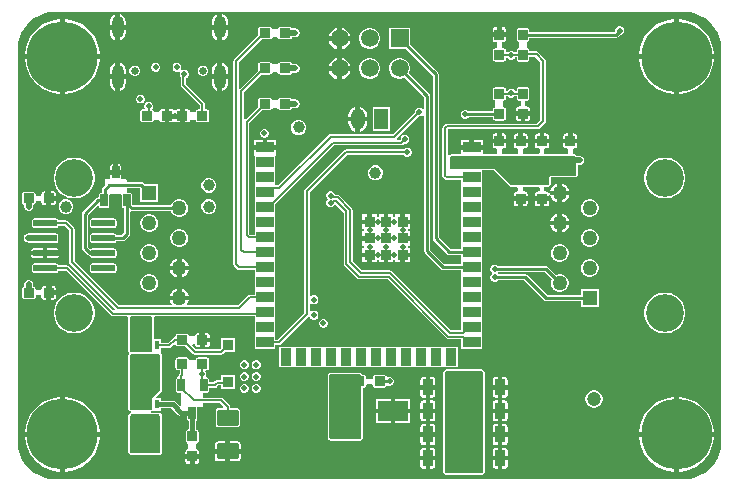
<source format=gbl>
G04*
G04 #@! TF.GenerationSoftware,Altium Limited,Altium Designer,23.4.1 (23)*
G04*
G04 Layer_Physical_Order=4*
G04 Layer_Color=16711680*
%FSLAX44Y44*%
%MOMM*%
G71*
G04*
G04 #@! TF.SameCoordinates,BCA9E1CE-4A97-460D-BDD0-9E38B293511F*
G04*
G04*
G04 #@! TF.FilePolarity,Positive*
G04*
G01*
G75*
%ADD10C,0.2000*%
G04:AMPARAMS|DCode=36|XSize=0.9mm|YSize=0.8mm|CornerRadius=0.06mm|HoleSize=0mm|Usage=FLASHONLY|Rotation=180.000|XOffset=0mm|YOffset=0mm|HoleType=Round|Shape=RoundedRectangle|*
%AMROUNDEDRECTD36*
21,1,0.9000,0.6800,0,0,180.0*
21,1,0.7800,0.8000,0,0,180.0*
1,1,0.1200,-0.3900,0.3400*
1,1,0.1200,0.3900,0.3400*
1,1,0.1200,0.3900,-0.3400*
1,1,0.1200,-0.3900,-0.3400*
%
%ADD36ROUNDEDRECTD36*%
G04:AMPARAMS|DCode=39|XSize=0.9mm|YSize=0.8mm|CornerRadius=0.06mm|HoleSize=0mm|Usage=FLASHONLY|Rotation=270.000|XOffset=0mm|YOffset=0mm|HoleType=Round|Shape=RoundedRectangle|*
%AMROUNDEDRECTD39*
21,1,0.9000,0.6800,0,0,270.0*
21,1,0.7800,0.8000,0,0,270.0*
1,1,0.1200,-0.3400,-0.3900*
1,1,0.1200,-0.3400,0.3900*
1,1,0.1200,0.3400,0.3900*
1,1,0.1200,0.3400,-0.3900*
%
%ADD39ROUNDEDRECTD39*%
%ADD79C,0.5000*%
%ADD80C,0.1816*%
%ADD81C,0.2500*%
%ADD82C,0.4000*%
%ADD83C,0.5000*%
%ADD84C,1.2000*%
%ADD85R,1.2000X1.8000*%
%ADD86O,1.2000X1.8000*%
%ADD87R,1.2680X1.2680*%
%ADD88C,1.2680*%
%ADD89C,3.2000*%
%ADD90C,1.5000*%
%ADD91R,1.5000X1.5000*%
%ADD92C,0.6500*%
%ADD93O,1.0000X1.9000*%
%ADD94O,1.0000X2.1000*%
%ADD95C,6.0000*%
%ADD96C,1.0000*%
%ADD98R,1.5000X0.9000*%
%ADD99R,0.9000X1.5000*%
%ADD100R,0.9000X0.9000*%
G04:AMPARAMS|DCode=101|XSize=0.6mm|YSize=1.05mm|CornerRadius=0.045mm|HoleSize=0mm|Usage=FLASHONLY|Rotation=0.000|XOffset=0mm|YOffset=0mm|HoleType=Round|Shape=RoundedRectangle|*
%AMROUNDEDRECTD101*
21,1,0.6000,0.9600,0,0,0.0*
21,1,0.5100,1.0500,0,0,0.0*
1,1,0.0900,0.2550,-0.4800*
1,1,0.0900,-0.2550,-0.4800*
1,1,0.0900,-0.2550,0.4800*
1,1,0.0900,0.2550,0.4800*
%
%ADD101ROUNDEDRECTD101*%
G04:AMPARAMS|DCode=102|XSize=0.5334mm|YSize=1.9812mm|CornerRadius=0.0667mm|HoleSize=0mm|Usage=FLASHONLY|Rotation=90.000|XOffset=0mm|YOffset=0mm|HoleType=Round|Shape=RoundedRectangle|*
%AMROUNDEDRECTD102*
21,1,0.5334,1.8479,0,0,90.0*
21,1,0.4001,1.9812,0,0,90.0*
1,1,0.1333,0.9239,0.2000*
1,1,0.1333,0.9239,-0.2000*
1,1,0.1333,-0.9239,-0.2000*
1,1,0.1333,-0.9239,0.2000*
%
%ADD102ROUNDEDRECTD102*%
%ADD103R,0.9500X0.9000*%
G04:AMPARAMS|DCode=104|XSize=1.34mm|YSize=1.8mm|CornerRadius=0.067mm|HoleSize=0mm|Usage=FLASHONLY|Rotation=270.000|XOffset=0mm|YOffset=0mm|HoleType=Round|Shape=RoundedRectangle|*
%AMROUNDEDRECTD104*
21,1,1.3400,1.6660,0,0,270.0*
21,1,1.2060,1.8000,0,0,270.0*
1,1,0.1340,-0.8330,-0.6030*
1,1,0.1340,-0.8330,0.6030*
1,1,0.1340,0.8330,0.6030*
1,1,0.1340,0.8330,-0.6030*
%
%ADD104ROUNDEDRECTD104*%
%ADD105R,0.4200X0.8000*%
%ADD106R,0.4200X0.8128*%
G04:AMPARAMS|DCode=107|XSize=0.9mm|YSize=1.4mm|CornerRadius=0.0675mm|HoleSize=0mm|Usage=FLASHONLY|Rotation=0.000|XOffset=0mm|YOffset=0mm|HoleType=Round|Shape=RoundedRectangle|*
%AMROUNDEDRECTD107*
21,1,0.9000,1.2650,0,0,0.0*
21,1,0.7650,1.4000,0,0,0.0*
1,1,0.1350,0.3825,-0.6325*
1,1,0.1350,-0.3825,-0.6325*
1,1,0.1350,-0.3825,0.6325*
1,1,0.1350,0.3825,0.6325*
%
%ADD107ROUNDEDRECTD107*%
%ADD108R,2.5000X1.7000*%
%ADD109C,0.2550*%
%ADD110C,0.3810*%
G36*
X572131Y397396D02*
X576194Y396307D01*
X580080Y394698D01*
X583723Y392595D01*
X587060Y390034D01*
X590034Y387060D01*
X592595Y383723D01*
X594698Y380080D01*
X596307Y376194D01*
X597396Y372131D01*
X597945Y367961D01*
Y365858D01*
X597945Y34142D01*
Y32039D01*
X597396Y27869D01*
X596307Y23806D01*
X594698Y19920D01*
X592595Y16277D01*
X590034Y12940D01*
X587060Y9966D01*
X583723Y7405D01*
X580080Y5302D01*
X576194Y3693D01*
X572131Y2604D01*
X567961Y2055D01*
X565858Y2055D01*
X40000Y2055D01*
X34142Y2055D01*
X32039D01*
X27869Y2604D01*
X23806Y3692D01*
X19920Y5302D01*
X16277Y7405D01*
X12940Y9966D01*
X9966Y12940D01*
X7405Y16277D01*
X5302Y19920D01*
X3692Y23806D01*
X2604Y27869D01*
X2055Y32039D01*
Y34142D01*
Y365858D01*
Y367961D01*
X2604Y372131D01*
X3692Y376194D01*
X5302Y380080D01*
X7405Y383723D01*
X9966Y387060D01*
X12940Y390034D01*
X16277Y392595D01*
X19920Y394698D01*
X23806Y396307D01*
X27869Y397396D01*
X32039Y397945D01*
X567961D01*
X572131Y397396D01*
D02*
G37*
%LPC*%
G36*
X88749Y395846D02*
Y386814D01*
X93608D01*
Y389314D01*
X93374Y391089D01*
X92689Y392743D01*
X91599Y394164D01*
X90178Y395254D01*
X88749Y395846D01*
D02*
G37*
G36*
X175251D02*
Y386814D01*
X180110D01*
Y389314D01*
X179876Y391089D01*
X179191Y392743D01*
X178101Y394164D01*
X176680Y395254D01*
X175251Y395846D01*
D02*
G37*
G36*
X84749Y395846D02*
X83320Y395254D01*
X81899Y394164D01*
X80809Y392743D01*
X80124Y391089D01*
X79890Y389314D01*
Y386814D01*
X84749D01*
Y395846D01*
D02*
G37*
G36*
X171251D02*
X169822Y395254D01*
X168401Y394164D01*
X167311Y392743D01*
X166626Y391089D01*
X166392Y389314D01*
Y386814D01*
X171251D01*
Y395846D01*
D02*
G37*
G36*
X512746Y385750D02*
X511254D01*
X509876Y385179D01*
X508821Y384124D01*
X508250Y382746D01*
Y381855D01*
X507444Y381049D01*
X435286D01*
Y382400D01*
X435143Y383122D01*
X434734Y383734D01*
X434122Y384143D01*
X433400Y384286D01*
X426600D01*
X425878Y384143D01*
X425266Y383734D01*
X424857Y383122D01*
X424714Y382400D01*
Y374600D01*
X424857Y373878D01*
X425266Y373266D01*
X425878Y372857D01*
X426647Y372001D01*
Y368001D01*
X425878Y367143D01*
X425266Y366734D01*
X424857Y366122D01*
X424714Y365400D01*
Y363794D01*
X422509D01*
X422124Y364179D01*
X420746Y364750D01*
X419254D01*
X417876Y364179D01*
X417491Y363794D01*
X415286D01*
Y365400D01*
X415143Y366122D01*
X414734Y366734D01*
X414122Y367143D01*
X413400Y367286D01*
X412974D01*
X412000Y368000D01*
X412000Y368556D01*
X412000Y372000D01*
X413207Y372153D01*
X413400D01*
X414336Y372339D01*
X415130Y372870D01*
X415661Y373664D01*
X415847Y374600D01*
Y376500D01*
X410000D01*
X404153D01*
Y374600D01*
X404339Y373664D01*
X404870Y372870D01*
X405664Y372339D01*
X406600Y372153D01*
X406793D01*
X408000Y372000D01*
X408000Y370883D01*
X408000Y368000D01*
X407026Y367286D01*
X406600D01*
X405878Y367143D01*
X405266Y366734D01*
X404857Y366122D01*
X404714Y365400D01*
Y357600D01*
X404857Y356878D01*
X405266Y356266D01*
X405878Y355857D01*
X406600Y355714D01*
X413400D01*
X414122Y355857D01*
X414734Y356266D01*
X415143Y356878D01*
X415286Y357600D01*
Y359206D01*
X416684D01*
X416821Y358876D01*
X417876Y357821D01*
X419254Y357250D01*
X420746D01*
X422124Y357821D01*
X423179Y358876D01*
X423316Y359206D01*
X424714D01*
Y357600D01*
X424857Y356878D01*
X425266Y356266D01*
X425878Y355857D01*
X426600Y355714D01*
X433400D01*
X434122Y355857D01*
X434734Y356266D01*
X435143Y356878D01*
X435286Y357600D01*
Y359706D01*
X440485D01*
X444706Y355485D01*
Y306124D01*
X441876Y303294D01*
X365209D01*
X364331Y303120D01*
X363587Y302622D01*
X362416Y301451D01*
X361918Y300706D01*
X361744Y299828D01*
Y258972D01*
X361918Y258094D01*
X362416Y257349D01*
X363587Y256178D01*
X364331Y255681D01*
X365209Y255506D01*
X377750D01*
Y252120D01*
X377750Y252050D01*
Y250850D01*
X377750Y250780D01*
Y239420D01*
X377750Y239350D01*
Y238150D01*
X377750Y238080D01*
Y226720D01*
X377750Y226650D01*
Y225450D01*
X377750Y225380D01*
Y214020D01*
X377750Y213950D01*
Y212750D01*
X377750Y212680D01*
Y201320D01*
X377750Y201250D01*
Y200050D01*
X377750Y199980D01*
Y196849D01*
X368756D01*
X358549Y207056D01*
Y344800D01*
X358355Y345775D01*
X357802Y346602D01*
X334150Y370255D01*
Y384150D01*
X316650D01*
Y366650D01*
X330545D01*
X353451Y343744D01*
Y206000D01*
X353645Y205025D01*
X354198Y204198D01*
X365898Y192498D01*
X366725Y191945D01*
X367700Y191751D01*
X377750D01*
Y188620D01*
X377750Y188550D01*
Y187350D01*
X377750Y187280D01*
Y184149D01*
X363456D01*
X351549Y196056D01*
Y326400D01*
X351355Y327375D01*
X350802Y328202D01*
X333125Y345880D01*
X333554Y346623D01*
X334150Y348848D01*
Y351152D01*
X333554Y353377D01*
X332402Y355373D01*
X330773Y357002D01*
X328777Y358154D01*
X326552Y358750D01*
X324248D01*
X322023Y358154D01*
X320027Y357002D01*
X318398Y355373D01*
X317246Y353377D01*
X316650Y351152D01*
Y348848D01*
X317246Y346623D01*
X318398Y344627D01*
X320027Y342998D01*
X322023Y341846D01*
X324248Y341250D01*
X326552D01*
X328777Y341846D01*
X329520Y342275D01*
X346451Y325344D01*
Y315372D01*
X345181Y315120D01*
X345179Y315124D01*
X344124Y316179D01*
X342746Y316750D01*
X341254D01*
X339876Y316179D01*
X338821Y315124D01*
X338250Y313746D01*
Y312494D01*
X320050Y294294D01*
X267000D01*
X266122Y294119D01*
X265378Y293622D01*
X222650Y250894D01*
X220525D01*
X220250Y252050D01*
X220250Y252164D01*
Y263480D01*
X220250Y263550D01*
Y264750D01*
X220250Y264820D01*
X220250Y275858D01*
X220800Y276900D01*
X220800Y277292D01*
Y281200D01*
X211500D01*
X202200D01*
Y277292D01*
X202200Y276900D01*
X202750Y275858D01*
X202750Y275630D01*
Y264820D01*
X202750Y264750D01*
Y263550D01*
X202750Y263480D01*
Y252120D01*
X202750Y252050D01*
Y250850D01*
X202750Y250780D01*
Y239350D01*
X202750D01*
Y238150D01*
X202750D01*
Y226720D01*
X202750Y226650D01*
Y225450D01*
X202750Y225380D01*
Y214020D01*
X202750Y213950D01*
Y212750D01*
X202750Y212680D01*
Y209294D01*
X198950D01*
X198294Y209950D01*
Y303550D01*
X209458Y314714D01*
X215400D01*
X216122Y314857D01*
X216734Y315266D01*
X217143Y315878D01*
X218001Y316647D01*
X222001D01*
X222857Y315878D01*
X223266Y315266D01*
X223878Y314857D01*
X224600Y314714D01*
X232400D01*
X233122Y314857D01*
X233734Y315266D01*
X234143Y315878D01*
X234202Y316176D01*
X237000D01*
X237369Y316250D01*
X237746D01*
X238094Y316394D01*
X238463Y316468D01*
X238776Y316677D01*
X239124Y316821D01*
X239391Y317087D01*
X239704Y317296D01*
X239913Y317610D01*
X240179Y317876D01*
X240323Y318224D01*
X240532Y318537D01*
X240606Y318906D01*
X240750Y319254D01*
Y319631D01*
X240823Y320000D01*
X240750Y320369D01*
Y320746D01*
X240606Y321094D01*
X240532Y321463D01*
X240323Y321776D01*
X240179Y322124D01*
X239913Y322390D01*
X239704Y322704D01*
X239391Y322913D01*
X239124Y323179D01*
X238776Y323323D01*
X238463Y323532D01*
X238094Y323606D01*
X237746Y323750D01*
X237369D01*
X237000Y323824D01*
X234202D01*
X234143Y324122D01*
X233734Y324734D01*
X233122Y325143D01*
X232400Y325286D01*
X224600D01*
X223878Y325143D01*
X223266Y324734D01*
X222857Y324122D01*
X222001Y323353D01*
X218001D01*
X217143Y324122D01*
X216734Y324734D01*
X216122Y325143D01*
X215400Y325286D01*
X207600D01*
X206878Y325143D01*
X206266Y324734D01*
X205857Y324122D01*
X205714Y323400D01*
Y317458D01*
X195064Y306808D01*
X193794Y307334D01*
Y329550D01*
X208958Y344714D01*
X215400D01*
X216122Y344857D01*
X216734Y345266D01*
X217143Y345878D01*
X218000Y346647D01*
X222000D01*
X222857Y345878D01*
X223266Y345266D01*
X223878Y344857D01*
X224600Y344714D01*
X232400D01*
X233122Y344857D01*
X233734Y345266D01*
X234143Y345878D01*
X234202Y346176D01*
X237000D01*
X237369Y346250D01*
X237746D01*
X238094Y346394D01*
X238463Y346468D01*
X238776Y346677D01*
X239124Y346821D01*
X239391Y347087D01*
X239704Y347296D01*
X239913Y347610D01*
X240179Y347876D01*
X240323Y348224D01*
X240532Y348537D01*
X240606Y348906D01*
X240750Y349254D01*
Y349631D01*
X240823Y350000D01*
X240750Y350369D01*
Y350746D01*
X240606Y351094D01*
X240532Y351463D01*
X240323Y351776D01*
X240179Y352124D01*
X239913Y352391D01*
X239704Y352704D01*
X239391Y352913D01*
X239124Y353179D01*
X238776Y353323D01*
X238463Y353532D01*
X238094Y353606D01*
X237746Y353750D01*
X237369D01*
X237000Y353824D01*
X234202D01*
X234143Y354122D01*
X233734Y354734D01*
X233122Y355143D01*
X232400Y355286D01*
X224600D01*
X223878Y355143D01*
X223266Y354734D01*
X222857Y354122D01*
X222000Y353353D01*
X218000D01*
X217143Y354122D01*
X216734Y354734D01*
X216122Y355143D01*
X215400Y355286D01*
X207600D01*
X206878Y355143D01*
X206266Y354734D01*
X205857Y354122D01*
X205714Y353400D01*
Y347958D01*
X190564Y332808D01*
X189294Y333335D01*
Y355050D01*
X208958Y374714D01*
X215400D01*
X216122Y374857D01*
X216734Y375266D01*
X217143Y375878D01*
X218000Y376647D01*
X222000D01*
X222857Y375878D01*
X223266Y375266D01*
X223878Y374857D01*
X224600Y374714D01*
X232400D01*
X233122Y374857D01*
X233734Y375266D01*
X234143Y375878D01*
X234202Y376176D01*
X237000D01*
X237369Y376250D01*
X237746D01*
X238094Y376394D01*
X238463Y376468D01*
X238776Y376677D01*
X239124Y376821D01*
X239391Y377087D01*
X239704Y377296D01*
X239913Y377610D01*
X240179Y377876D01*
X240323Y378224D01*
X240532Y378537D01*
X240606Y378906D01*
X240750Y379254D01*
Y379631D01*
X240823Y380000D01*
X240750Y380369D01*
Y380746D01*
X240606Y381094D01*
X240532Y381463D01*
X240323Y381776D01*
X240179Y382124D01*
X239913Y382390D01*
X239704Y382704D01*
X239391Y382913D01*
X239124Y383179D01*
X238776Y383323D01*
X238463Y383532D01*
X238094Y383606D01*
X237746Y383750D01*
X237369D01*
X237000Y383824D01*
X234202D01*
X234143Y384122D01*
X233734Y384734D01*
X233122Y385143D01*
X232400Y385286D01*
X224600D01*
X223878Y385143D01*
X223266Y384734D01*
X222857Y384122D01*
X222000Y383353D01*
X218000D01*
X217143Y384122D01*
X216734Y384734D01*
X216122Y385143D01*
X215400Y385286D01*
X207600D01*
X206878Y385143D01*
X206266Y384734D01*
X205857Y384122D01*
X205714Y383400D01*
Y377958D01*
X185378Y357622D01*
X184881Y356878D01*
X184706Y356000D01*
Y184000D01*
X184881Y183122D01*
X185378Y182378D01*
X187778Y179978D01*
X188522Y179480D01*
X189400Y179306D01*
X202750D01*
Y175920D01*
X202750Y175850D01*
Y174650D01*
X202750Y174580D01*
Y163220D01*
X202750Y163150D01*
Y161950D01*
X202750Y161880D01*
Y158494D01*
X198929D01*
X198051Y158319D01*
X197307Y157822D01*
X188694Y149209D01*
X145730D01*
X145244Y150383D01*
X145414Y150552D01*
X146485Y152408D01*
X146791Y153550D01*
X138900D01*
X131009D01*
X131315Y152408D01*
X132386Y150552D01*
X132556Y150383D01*
X132070Y149209D01*
X88035D01*
X50294Y186950D01*
Y214000D01*
X50120Y214878D01*
X49622Y215622D01*
X44571Y220673D01*
X43827Y221170D01*
X42949Y221345D01*
X36498D01*
X36408Y221799D01*
X35984Y222433D01*
X35350Y222857D01*
X34602Y223005D01*
X16124D01*
X15376Y222857D01*
X14742Y222433D01*
X14318Y221799D01*
X14169Y221051D01*
Y217051D01*
X14318Y216303D01*
X14742Y215669D01*
X15376Y215245D01*
X16124Y215096D01*
X34602D01*
X35350Y215245D01*
X35984Y215669D01*
X36408Y216303D01*
X36498Y216757D01*
X41999D01*
X45706Y213050D01*
Y186000D01*
X45881Y185122D01*
X46378Y184378D01*
X84141Y146615D01*
X83693Y145266D01*
X83069Y145175D01*
X45671Y182573D01*
X44927Y183070D01*
X44049Y183245D01*
X36498D01*
X36408Y183699D01*
X35984Y184333D01*
X35350Y184757D01*
X34602Y184905D01*
X16124D01*
X15376Y184757D01*
X14742Y184333D01*
X14318Y183699D01*
X14169Y182951D01*
Y178951D01*
X14318Y178203D01*
X14742Y177569D01*
X15376Y177145D01*
X16124Y176996D01*
X34602D01*
X35350Y177145D01*
X35984Y177569D01*
X36408Y178203D01*
X36498Y178657D01*
X43099D01*
X80955Y140801D01*
X81699Y140304D01*
X82577Y140129D01*
X94718D01*
X95569Y139070D01*
X95625Y138859D01*
X95625Y111000D01*
X95625Y111000D01*
X96028Y110028D01*
X96170Y109886D01*
X96170Y108113D01*
X96028Y107972D01*
X95625Y107000D01*
X95625Y107000D01*
Y62000D01*
X95625Y62000D01*
X96028Y61028D01*
X96028Y61028D01*
X97028Y60028D01*
X98000Y59625D01*
X98000Y59625D01*
Y58375D01*
X97028Y57972D01*
X97028Y57972D01*
X96921Y57865D01*
X96836Y57830D01*
X96801Y57745D01*
X96028Y56972D01*
X95625Y56000D01*
X95625Y56000D01*
Y25000D01*
X96028Y24028D01*
X96028Y24028D01*
X97028Y23028D01*
X97028Y23028D01*
X98000Y22625D01*
X98000Y22625D01*
X122000Y22625D01*
X122000Y22625D01*
X122972Y23028D01*
X122972Y23028D01*
X123972Y24028D01*
X124375Y25000D01*
X124375Y25000D01*
Y56000D01*
X124375Y56000D01*
X123972Y56972D01*
X123972Y56972D01*
X123199Y57745D01*
X123164Y57830D01*
X123079Y57865D01*
X122972Y57972D01*
X122000Y58375D01*
X122000Y58375D01*
X115047D01*
X115000Y59625D01*
X115972Y60028D01*
X115972Y60028D01*
X116168Y60224D01*
X116620D01*
Y60244D01*
X123100D01*
Y62277D01*
X132174D01*
X138204Y56247D01*
X139248Y55549D01*
X140479Y55304D01*
X145717D01*
Y53350D01*
X145849Y52687D01*
X146224Y52124D01*
X146783Y51751D01*
Y44286D01*
X146600D01*
X145878Y44143D01*
X145266Y43734D01*
X144857Y43122D01*
X144714Y42400D01*
Y34600D01*
X144857Y33878D01*
X145266Y33266D01*
X145878Y32857D01*
X146646Y31999D01*
Y27999D01*
X145664Y27661D01*
X144870Y27130D01*
X144339Y26336D01*
X144153Y25400D01*
Y23500D01*
X150000D01*
X155847D01*
Y25400D01*
X155661Y26336D01*
X155130Y27130D01*
X154336Y27661D01*
X153352Y27999D01*
Y31999D01*
X154122Y32857D01*
X154734Y33266D01*
X155143Y33878D01*
X155286Y34600D01*
Y42400D01*
X155143Y43122D01*
X154734Y43734D01*
X154122Y44143D01*
X153400Y44286D01*
X153217D01*
Y51751D01*
X153776Y52124D01*
X154151Y52687D01*
X154283Y53350D01*
Y62950D01*
X155440Y63647D01*
X158000D01*
X158957Y64043D01*
X159353Y65000D01*
Y66706D01*
X173050D01*
X176295Y63461D01*
X175809Y62288D01*
X171670D01*
X170921Y62139D01*
X170286Y61714D01*
X169861Y61079D01*
X169712Y60330D01*
Y48270D01*
X169861Y47521D01*
X170286Y46886D01*
X170921Y46461D01*
X171670Y46312D01*
X188330D01*
X189079Y46461D01*
X189714Y46886D01*
X190139Y47521D01*
X190288Y48270D01*
Y60330D01*
X190139Y61079D01*
X189714Y61714D01*
X189079Y62139D01*
X188330Y62288D01*
X182294D01*
Y63000D01*
X182119Y63878D01*
X181622Y64622D01*
X175622Y70622D01*
X174878Y71119D01*
X174000Y71294D01*
X159353D01*
Y75000D01*
X159551Y75296D01*
X162050D01*
X162721Y75430D01*
X163290Y75810D01*
X163670Y76379D01*
X163804Y77050D01*
Y79535D01*
X167063D01*
X167172Y79514D01*
X168828D01*
X169714Y79690D01*
X170465Y80192D01*
X171959Y81685D01*
X173980D01*
Y78480D01*
X186020D01*
Y90020D01*
X173980D01*
Y86314D01*
X171000D01*
X170114Y86138D01*
X169363Y85637D01*
X167870Y84143D01*
X167258D01*
X167150Y84164D01*
X163804D01*
Y86650D01*
X163670Y87321D01*
X163290Y87890D01*
X162721Y88270D01*
X162337Y88347D01*
X161784Y89055D01*
X161531Y89674D01*
X161770Y90250D01*
Y91750D01*
X161196Y93135D01*
X160908Y93423D01*
X161434Y94693D01*
X162400D01*
X163130Y94838D01*
X163748Y95252D01*
X164161Y95870D01*
X164307Y96600D01*
Y103400D01*
X164161Y104130D01*
X163748Y104748D01*
X163130Y105162D01*
X162400Y105307D01*
X154600D01*
X153870Y105162D01*
X153252Y104748D01*
X152838Y104130D01*
X152000Y103354D01*
X148000D01*
X147143Y104122D01*
X146734Y104734D01*
X146122Y105143D01*
X145400Y105286D01*
X137600D01*
X136878Y105143D01*
X136266Y104734D01*
X135857Y104122D01*
X135714Y103400D01*
Y96600D01*
X135857Y95878D01*
X136266Y95266D01*
X136878Y94857D01*
X137600Y94714D01*
X139206D01*
Y91450D01*
X138878Y91122D01*
X138380Y90378D01*
X138206Y89500D01*
Y88383D01*
X137950D01*
X137287Y88251D01*
X136724Y87876D01*
X136349Y87313D01*
X136217Y86650D01*
Y77050D01*
X136349Y76387D01*
X136724Y75824D01*
X137287Y75449D01*
X137950Y75317D01*
X140435D01*
X140647Y75000D01*
Y65000D01*
X140860Y64485D01*
X139784Y63765D01*
X135781Y67769D01*
X134737Y68466D01*
X133506Y68711D01*
X123100D01*
Y70744D01*
X119347D01*
X118861Y71917D01*
X123972Y77028D01*
X124375Y78000D01*
X124375Y78000D01*
Y107000D01*
X124375Y107000D01*
X123972Y107972D01*
X123972Y107972D01*
X122972Y108972D01*
X122967Y108974D01*
X123100Y110244D01*
X123100D01*
Y113200D01*
X130494D01*
X131372Y113375D01*
X132116Y113872D01*
X134489Y116245D01*
X135852Y115879D01*
X135882Y115841D01*
X136266Y115266D01*
X136878Y114857D01*
X137600Y114714D01*
X144042D01*
X150378Y108378D01*
X151122Y107881D01*
X152000Y107706D01*
X174000D01*
X174878Y107881D01*
X175622Y108378D01*
X177244Y110000D01*
X186000D01*
Y121500D01*
X174000D01*
Y113244D01*
X173050Y112294D01*
X152950D01*
X149771Y115474D01*
X150257Y116647D01*
X152000D01*
X152339Y115663D01*
X152870Y114870D01*
X153664Y114339D01*
X154600Y114153D01*
X156500D01*
Y120000D01*
Y125847D01*
X154600D01*
X153664Y125661D01*
X152870Y125130D01*
X152339Y124336D01*
X152000Y123353D01*
X148000D01*
X147143Y124122D01*
X146734Y124734D01*
X146122Y125143D01*
X145400Y125286D01*
X137600D01*
X136878Y125143D01*
X136266Y124734D01*
X135857Y124122D01*
X135714Y123400D01*
Y122294D01*
X135000D01*
X134122Y122119D01*
X133378Y121622D01*
X129544Y117788D01*
X123100D01*
Y120744D01*
X117375D01*
Y139000D01*
X117375Y139000D01*
X118282Y140129D01*
X202750D01*
Y137820D01*
X202750Y137750D01*
Y136550D01*
X202750Y136480D01*
Y125120D01*
X202750Y125050D01*
Y123850D01*
X202750Y123780D01*
Y112350D01*
X220250D01*
Y115806D01*
X223100D01*
X223978Y115981D01*
X224722Y116478D01*
X248057Y139812D01*
X249535Y139515D01*
X249804Y138864D01*
X250865Y137804D01*
X252250Y137230D01*
X253750D01*
X255135Y137804D01*
X256196Y138864D01*
X256770Y140250D01*
Y141750D01*
X256196Y143135D01*
X255135Y144196D01*
X253750Y144770D01*
X252250D01*
X250865Y144196D01*
X250564Y143896D01*
X249294Y144422D01*
Y150578D01*
X250564Y151104D01*
X250865Y150804D01*
X252250Y150230D01*
X253750D01*
X255135Y150804D01*
X256196Y151865D01*
X256770Y153250D01*
Y154750D01*
X256196Y156136D01*
X255135Y157196D01*
X253750Y157770D01*
X252250D01*
X250865Y157196D01*
X250564Y156896D01*
X249294Y157422D01*
Y245050D01*
X280950Y276706D01*
X328991D01*
X329876Y275821D01*
X331254Y275250D01*
X332746D01*
X334124Y275821D01*
X335179Y276876D01*
X335750Y278254D01*
Y279746D01*
X335179Y281124D01*
X334124Y282179D01*
X332746Y282750D01*
X331254D01*
X329876Y282179D01*
X328991Y281294D01*
X280000D01*
X279122Y281119D01*
X278378Y280622D01*
X245378Y247622D01*
X244881Y246878D01*
X244706Y246000D01*
Y142950D01*
X222150Y120394D01*
X220250D01*
Y123780D01*
X220250Y123850D01*
Y125050D01*
X220250Y125120D01*
Y136480D01*
X220250Y136550D01*
Y137750D01*
X220250Y137820D01*
Y149250D01*
X220250D01*
Y150450D01*
X220250D01*
Y161880D01*
X220250Y161950D01*
Y163150D01*
X220250Y163220D01*
Y174580D01*
X220250Y174650D01*
Y175850D01*
X220250Y175920D01*
Y187350D01*
X220250D01*
Y188550D01*
X220250D01*
Y200050D01*
X220250D01*
Y201250D01*
X220250D01*
Y212680D01*
X220250Y212750D01*
Y213950D01*
X220250Y214020D01*
Y225380D01*
X220250Y225450D01*
Y226650D01*
X220250Y226720D01*
Y235006D01*
X269950Y284706D01*
X327000D01*
X327878Y284881D01*
X328622Y285378D01*
X329494Y286250D01*
X330746D01*
X332124Y286821D01*
X333179Y287876D01*
X333750Y289254D01*
Y290746D01*
X333179Y292124D01*
X332124Y293179D01*
X330746Y293750D01*
X329254D01*
X327876Y293179D01*
X326821Y292124D01*
X326250Y290746D01*
Y289494D01*
X326050Y289294D01*
X323286D01*
X322962Y289823D01*
X322808Y290564D01*
X341494Y309250D01*
X342746D01*
X344124Y309821D01*
X345179Y310876D01*
X345181Y310881D01*
X346451Y310628D01*
Y195000D01*
X346645Y194025D01*
X347198Y193198D01*
X360598Y179798D01*
X361425Y179245D01*
X362400Y179051D01*
X377750D01*
Y175920D01*
X377750Y175850D01*
Y174650D01*
X377750Y174580D01*
Y163220D01*
X377750Y163150D01*
Y161950D01*
X377750Y161880D01*
Y150520D01*
X377750Y150450D01*
Y149250D01*
X377750Y149180D01*
Y137820D01*
X377750Y137750D01*
Y136550D01*
X377750Y136480D01*
Y128194D01*
X369005D01*
X318974Y178224D01*
X318260Y178701D01*
X317418Y178869D01*
X293608D01*
X285744Y186733D01*
Y230081D01*
X285576Y230924D01*
X285099Y231637D01*
X274512Y242224D01*
X273799Y242701D01*
X272957Y242868D01*
X270750D01*
Y242996D01*
X270179Y244374D01*
X269124Y245429D01*
X267746Y246000D01*
X266254D01*
X264876Y245429D01*
X263821Y244374D01*
X263250Y242996D01*
Y241504D01*
X263821Y240126D01*
X264822Y239125D01*
X263821Y238124D01*
X263250Y236746D01*
Y235254D01*
X263821Y233876D01*
X264876Y232821D01*
X266254Y232250D01*
X267746D01*
X269124Y232821D01*
X270179Y233876D01*
X270266Y234086D01*
X271764Y234384D01*
X278257Y227892D01*
Y184543D01*
X278424Y183701D01*
X278901Y182987D01*
X289862Y172026D01*
X289862Y172026D01*
X290576Y171549D01*
X291418Y171381D01*
X291418Y171381D01*
X315228D01*
X365259Y121351D01*
X365973Y120874D01*
X366815Y120707D01*
X377750D01*
Y112350D01*
X395250D01*
Y123850D01*
X395250D01*
Y125050D01*
X395250D01*
Y136480D01*
X395250Y136550D01*
Y137750D01*
X395250Y137820D01*
Y149180D01*
X395250Y149250D01*
Y150450D01*
X395250Y150520D01*
Y161880D01*
X395250Y161950D01*
Y163150D01*
X395250Y163220D01*
Y174580D01*
X395250Y174650D01*
Y175850D01*
X395250Y175920D01*
Y187280D01*
X395250Y187350D01*
Y188550D01*
X395250Y188620D01*
Y199980D01*
X395250Y200050D01*
Y201250D01*
X395250Y201320D01*
Y212680D01*
X395250Y212750D01*
Y213950D01*
X395250Y214020D01*
Y225380D01*
X395250Y225450D01*
Y226650D01*
X395250Y226720D01*
Y238080D01*
X395250Y238150D01*
Y239350D01*
X395250Y239420D01*
Y250780D01*
X395250Y250850D01*
Y252050D01*
X395250Y252120D01*
X395250Y263550D01*
X396480Y263647D01*
X405440D01*
X419043Y250043D01*
X420000Y249647D01*
X425102D01*
X426000Y248749D01*
X426000Y246000D01*
X424793Y245847D01*
X424600D01*
X423664Y245661D01*
X422870Y245130D01*
X422339Y244336D01*
X422153Y243400D01*
Y241500D01*
X428000D01*
X433847D01*
Y243400D01*
X433661Y244336D01*
X433130Y245130D01*
X432336Y245661D01*
X431400Y245847D01*
X431207D01*
X430000Y246000D01*
X430000Y247117D01*
Y249647D01*
X443102D01*
X444000Y248749D01*
X444000Y246000D01*
X442793Y245847D01*
X442600D01*
X441664Y245661D01*
X440870Y245130D01*
X440339Y244336D01*
X440153Y243400D01*
Y241500D01*
X446000D01*
Y239500D01*
D01*
Y241500D01*
X451847D01*
Y242625D01*
X453116Y242792D01*
X452960Y243378D01*
Y244314D01*
X451690Y244189D01*
X451661Y244336D01*
X451130Y245130D01*
X450336Y245661D01*
X449400Y245847D01*
X449207D01*
X448000Y246000D01*
X448000Y247117D01*
Y249647D01*
X451000D01*
X451957Y250043D01*
X452957Y251043D01*
X453353Y252000D01*
X453353Y257440D01*
X453560Y257647D01*
X474000D01*
X474957Y258043D01*
X475957Y259043D01*
X476353Y260000D01*
Y268176D01*
X478000D01*
X478369Y268250D01*
X478746D01*
X479094Y268394D01*
X479463Y268468D01*
X479776Y268677D01*
X480124Y268821D01*
X480391Y269087D01*
X480704Y269296D01*
X480913Y269610D01*
X481179Y269876D01*
X481323Y270224D01*
X481532Y270537D01*
X481606Y270906D01*
X481750Y271254D01*
Y271631D01*
X481824Y272000D01*
X481750Y272369D01*
Y272746D01*
X481606Y273094D01*
X481532Y273463D01*
X481323Y273776D01*
X481179Y274124D01*
X480913Y274390D01*
X480704Y274704D01*
X480391Y274913D01*
X480124Y275179D01*
X479776Y275323D01*
X479463Y275532D01*
X479094Y275606D01*
X478746Y275750D01*
X478369D01*
X478000Y275823D01*
X476012D01*
X475957Y275957D01*
X474957Y276957D01*
X474000Y277353D01*
X473002D01*
X472000Y278000D01*
X472000Y278623D01*
X472000Y282000D01*
X473207Y282153D01*
X473400D01*
X474336Y282339D01*
X475130Y282870D01*
X475661Y283664D01*
X475847Y284600D01*
Y286500D01*
X470000D01*
X464153D01*
Y284600D01*
X464339Y283664D01*
X464870Y282870D01*
X465664Y282339D01*
X466600Y282153D01*
X466793D01*
X468000Y282000D01*
X468000Y280883D01*
X468000Y278000D01*
X466998Y277353D01*
X449002D01*
X448000Y278000D01*
X448000Y278623D01*
X448000Y282000D01*
X449207Y282153D01*
X449400D01*
X450336Y282339D01*
X451130Y282870D01*
X451661Y283664D01*
X451847Y284600D01*
Y286500D01*
X446000D01*
X440153D01*
Y284600D01*
X440339Y283664D01*
X440870Y282870D01*
X441664Y282339D01*
X442600Y282153D01*
X442793D01*
X444000Y282000D01*
X444000Y280883D01*
X444000Y278000D01*
X442998Y277353D01*
X431002D01*
X430000Y278000D01*
X430000Y278623D01*
X430000Y282000D01*
X431207Y282153D01*
X431400D01*
X432336Y282339D01*
X433130Y282870D01*
X433661Y283664D01*
X433847Y284600D01*
Y286500D01*
X428000D01*
X422153D01*
Y284600D01*
X422339Y283664D01*
X422870Y282870D01*
X423664Y282339D01*
X424600Y282153D01*
X424793D01*
X426000Y282000D01*
X426000Y280883D01*
X426000Y278000D01*
X424998Y277353D01*
X413002D01*
X412000Y278000D01*
X412000Y278623D01*
X412000Y282000D01*
X413207Y282153D01*
X413400D01*
X414336Y282339D01*
X415130Y282870D01*
X415661Y283664D01*
X415847Y284600D01*
Y286500D01*
X410000D01*
Y288500D01*
D01*
Y286500D01*
X404153D01*
Y284600D01*
X404339Y283664D01*
X404870Y282870D01*
X405664Y282339D01*
X406600Y282153D01*
X406793D01*
X408000Y282000D01*
X408000Y280883D01*
X408000Y278000D01*
X406998Y277353D01*
X395800D01*
Y281200D01*
X386500D01*
X377200D01*
Y277522D01*
X375930Y277353D01*
X369000Y277353D01*
X368043Y276957D01*
X367602Y276515D01*
X366332Y277041D01*
Y298706D01*
X442826D01*
X443704Y298881D01*
X444448Y299378D01*
X448622Y303552D01*
X449119Y304296D01*
X449294Y305174D01*
Y356435D01*
X449119Y357313D01*
X448622Y358057D01*
X443057Y363622D01*
X442313Y364119D01*
X441435Y364294D01*
X435286D01*
Y365400D01*
X435143Y366122D01*
X434734Y366734D01*
X434122Y367143D01*
X433353Y368001D01*
Y372001D01*
X434122Y372857D01*
X434734Y373266D01*
X435143Y373878D01*
X435286Y374600D01*
Y375951D01*
X508500D01*
X509476Y376145D01*
X510302Y376698D01*
X511855Y378250D01*
X512746D01*
X514124Y378821D01*
X515179Y379876D01*
X515750Y381254D01*
Y382746D01*
X515179Y384124D01*
X514124Y385179D01*
X512746Y385750D01*
D02*
G37*
G36*
X413400Y384847D02*
X412000D01*
Y380500D01*
X415847D01*
Y382400D01*
X415661Y383336D01*
X415130Y384130D01*
X414336Y384661D01*
X413400Y384847D01*
D02*
G37*
G36*
X408000D02*
X406600D01*
X405664Y384661D01*
X404870Y384130D01*
X404339Y383336D01*
X404153Y382400D01*
Y380500D01*
X408000D01*
Y384847D01*
D02*
G37*
G36*
X276600Y384492D02*
Y377400D01*
X283692D01*
X283267Y378989D01*
X282042Y381110D01*
X280311Y382842D01*
X278190Y384066D01*
X276600Y384492D01*
D02*
G37*
G36*
X272600Y384492D02*
X271011Y384066D01*
X268890Y382842D01*
X267159Y381110D01*
X265934Y378989D01*
X265508Y377400D01*
X272600D01*
Y384492D01*
D02*
G37*
G36*
X84749Y382814D02*
X79890D01*
Y380314D01*
X80124Y378539D01*
X80809Y376885D01*
X81899Y375464D01*
X83320Y374374D01*
X84749Y373782D01*
Y382814D01*
D02*
G37*
G36*
X171251D02*
X166392D01*
Y380314D01*
X166626Y378539D01*
X167311Y376885D01*
X168401Y375464D01*
X169822Y374374D01*
X171251Y373782D01*
Y382814D01*
D02*
G37*
G36*
X180110D02*
X175251D01*
Y373782D01*
X176680Y374374D01*
X178101Y375464D01*
X179191Y376885D01*
X179876Y378539D01*
X180110Y380314D01*
Y382814D01*
D02*
G37*
G36*
X93608D02*
X88749D01*
Y373782D01*
X90178Y374374D01*
X91599Y375464D01*
X92689Y376885D01*
X93374Y378539D01*
X93608Y380314D01*
Y382814D01*
D02*
G37*
G36*
X301154Y384170D02*
X298845D01*
X296614Y383573D01*
X294615Y382418D01*
X292982Y380785D01*
X291827Y378785D01*
X291230Y376555D01*
Y374246D01*
X291827Y372015D01*
X292982Y370015D01*
X294615Y368382D01*
X296614Y367228D01*
X298845Y366630D01*
X301154D01*
X303385Y367228D01*
X305385Y368382D01*
X307017Y370015D01*
X308172Y372015D01*
X308770Y374246D01*
Y376555D01*
X308172Y378785D01*
X307017Y380785D01*
X305385Y382418D01*
X303385Y383573D01*
X301154Y384170D01*
D02*
G37*
G36*
X272600Y373400D02*
X265508D01*
X265934Y371810D01*
X267159Y369689D01*
X268890Y367958D01*
X271011Y366734D01*
X272600Y366308D01*
Y373400D01*
D02*
G37*
G36*
X283692D02*
X276600D01*
Y366308D01*
X278190Y366734D01*
X280311Y367958D01*
X282042Y369689D01*
X283267Y371810D01*
X283692Y373400D01*
D02*
G37*
G36*
X42503Y391800D02*
X42000D01*
Y362000D01*
X71800D01*
Y362503D01*
X71017Y367447D01*
X69470Y372207D01*
X67198Y376667D01*
X64256Y380716D01*
X60716Y384256D01*
X56667Y387198D01*
X52207Y389470D01*
X47446Y391017D01*
X42503Y391800D01*
D02*
G37*
G36*
X38000D02*
X37497D01*
X32554Y391017D01*
X27793Y389470D01*
X23333Y387198D01*
X19284Y384256D01*
X15744Y380716D01*
X12802Y376667D01*
X10530Y372207D01*
X8983Y367447D01*
X8200Y362503D01*
Y362000D01*
X38000D01*
Y391800D01*
D02*
G37*
G36*
X562502Y391800D02*
X561999D01*
Y362000D01*
X591799D01*
Y362502D01*
X591016Y367446D01*
X589469Y372206D01*
X587197Y376666D01*
X584255Y380716D01*
X580715Y384255D01*
X576666Y387197D01*
X572206Y389470D01*
X567445Y391017D01*
X562502Y391800D01*
D02*
G37*
G36*
X557999D02*
X557496D01*
X552552Y391017D01*
X547792Y389470D01*
X543332Y387197D01*
X539283Y384255D01*
X535743Y380716D01*
X532801Y376666D01*
X530529Y372206D01*
X528982Y367446D01*
X528199Y362502D01*
Y362000D01*
X557999D01*
Y391800D01*
D02*
G37*
G36*
X276600Y359092D02*
Y352000D01*
X283692D01*
X283266Y353590D01*
X282042Y355710D01*
X280310Y357442D01*
X278190Y358666D01*
X276600Y359092D01*
D02*
G37*
G36*
X272600Y359092D02*
X271010Y358666D01*
X268890Y357442D01*
X267158Y355710D01*
X265934Y353590D01*
X265508Y352000D01*
X272600D01*
Y359092D01*
D02*
G37*
G36*
X119746Y354750D02*
X118254D01*
X116876Y354179D01*
X115821Y353124D01*
X115250Y351746D01*
Y350254D01*
X115821Y348876D01*
X116876Y347821D01*
X118254Y347250D01*
X119746D01*
X121124Y347821D01*
X122179Y348876D01*
X122750Y350254D01*
Y351746D01*
X122179Y353124D01*
X121124Y354179D01*
X119746Y354750D01*
D02*
G37*
G36*
X88749Y354846D02*
Y344814D01*
X93608D01*
Y348314D01*
X93374Y350089D01*
X92689Y351743D01*
X91599Y353164D01*
X90178Y354254D01*
X88749Y354846D01*
D02*
G37*
G36*
X175251D02*
Y344814D01*
X180110D01*
Y348314D01*
X179876Y350089D01*
X179191Y351743D01*
X178101Y353164D01*
X176680Y354254D01*
X175251Y354846D01*
D02*
G37*
G36*
X84749Y354846D02*
X83320Y354254D01*
X81899Y353164D01*
X80809Y351743D01*
X80124Y350089D01*
X79890Y348314D01*
Y344814D01*
X84749D01*
Y354846D01*
D02*
G37*
G36*
X171251D02*
X169822Y354254D01*
X168401Y353164D01*
X167311Y351743D01*
X166626Y350089D01*
X166392Y348314D01*
Y344814D01*
X171251D01*
Y354846D01*
D02*
G37*
G36*
X159794Y352313D02*
X158004D01*
X156350Y351628D01*
X155084Y350362D01*
X154399Y348708D01*
Y346918D01*
X155084Y345264D01*
X156350Y343998D01*
X158004Y343313D01*
X159794D01*
X161448Y343998D01*
X162714Y345264D01*
X163399Y346918D01*
Y348708D01*
X162714Y350362D01*
X161448Y351628D01*
X159794Y352313D01*
D02*
G37*
G36*
X101994D02*
X100204D01*
X98550Y351628D01*
X97284Y350362D01*
X96599Y348708D01*
Y346918D01*
X97284Y345264D01*
X98550Y343998D01*
X100204Y343313D01*
X101994D01*
X103648Y343998D01*
X104914Y345264D01*
X105598Y346918D01*
Y348708D01*
X104914Y350362D01*
X103648Y351628D01*
X101994Y352313D01*
D02*
G37*
G36*
X301155Y358770D02*
X298845D01*
X296615Y358172D01*
X294615Y357018D01*
X292982Y355385D01*
X291828Y353385D01*
X291230Y351155D01*
Y348845D01*
X291828Y346615D01*
X292982Y344615D01*
X294615Y342982D01*
X296615Y341828D01*
X298845Y341230D01*
X301155D01*
X303385Y341828D01*
X305385Y342982D01*
X307018Y344615D01*
X308172Y346615D01*
X308770Y348845D01*
Y351155D01*
X308172Y353385D01*
X307018Y355385D01*
X305385Y357018D01*
X303385Y358172D01*
X301155Y358770D01*
D02*
G37*
G36*
X283692Y348000D02*
X276600D01*
Y340908D01*
X278190Y341334D01*
X280310Y342558D01*
X282042Y344290D01*
X283266Y346410D01*
X283692Y348000D01*
D02*
G37*
G36*
X272600D02*
X265508D01*
X265934Y346410D01*
X267158Y344290D01*
X268890Y342558D01*
X271010Y341334D01*
X272600Y340908D01*
Y348000D01*
D02*
G37*
G36*
X433400Y334286D02*
X426600D01*
X425878Y334143D01*
X425266Y333734D01*
X424857Y333122D01*
X424714Y332400D01*
Y330794D01*
X423316D01*
X423179Y331124D01*
X422124Y332179D01*
X420746Y332750D01*
X419254D01*
X417876Y332179D01*
X416821Y331124D01*
X416684Y330794D01*
X415286D01*
Y332400D01*
X415143Y333122D01*
X414734Y333734D01*
X414122Y334143D01*
X413400Y334286D01*
X406600D01*
X405878Y334143D01*
X405266Y333734D01*
X404857Y333122D01*
X404714Y332400D01*
Y324600D01*
X404857Y323878D01*
X405266Y323266D01*
X405878Y322857D01*
X406647Y321998D01*
Y317999D01*
X405878Y317143D01*
X405266Y316734D01*
X404857Y316122D01*
X404714Y315400D01*
Y314074D01*
X383232D01*
X383229Y314074D01*
X383124Y314179D01*
X381746Y314750D01*
X380254D01*
X378876Y314179D01*
X377821Y313124D01*
X377250Y311746D01*
Y310254D01*
X377821Y308876D01*
X378876Y307821D01*
X380254Y307250D01*
X381746D01*
X383124Y307821D01*
X384179Y308876D01*
X384200Y308925D01*
X404714D01*
Y307600D01*
X404857Y306878D01*
X405266Y306266D01*
X405878Y305857D01*
X406600Y305714D01*
X413400D01*
X414122Y305857D01*
X414734Y306266D01*
X415143Y306878D01*
X415286Y307600D01*
Y315400D01*
X415143Y316122D01*
X414734Y316734D01*
X414122Y317143D01*
X413354Y317999D01*
Y321998D01*
X414122Y322857D01*
X414734Y323266D01*
X415143Y323878D01*
X415286Y324600D01*
Y326206D01*
X417491D01*
X417876Y325821D01*
X419254Y325250D01*
X420746D01*
X422124Y325821D01*
X422509Y326206D01*
X424714D01*
Y324600D01*
X424857Y323878D01*
X425266Y323266D01*
X425878Y322857D01*
X426600Y322714D01*
X427026D01*
X428000Y322000D01*
X428000Y321444D01*
X428000Y318000D01*
X426793Y317847D01*
X426600D01*
X425664Y317661D01*
X424870Y317130D01*
X424339Y316336D01*
X424153Y315400D01*
Y313500D01*
X430000D01*
X435847D01*
Y315400D01*
X435661Y316336D01*
X435130Y317130D01*
X434336Y317661D01*
X433400Y317847D01*
X433207D01*
X432000Y318000D01*
X432000Y319117D01*
X432000Y322000D01*
X432974Y322714D01*
X433400D01*
X434122Y322857D01*
X434734Y323266D01*
X435143Y323878D01*
X435286Y324600D01*
Y332400D01*
X435143Y333122D01*
X434734Y333734D01*
X434122Y334143D01*
X433400Y334286D01*
D02*
G37*
G36*
X84749Y340814D02*
X79890D01*
Y337314D01*
X80124Y335539D01*
X80809Y333885D01*
X81899Y332464D01*
X83320Y331374D01*
X84749Y330782D01*
Y340814D01*
D02*
G37*
G36*
X171251D02*
X166392D01*
Y337314D01*
X166626Y335539D01*
X167311Y333885D01*
X168401Y332464D01*
X169822Y331374D01*
X171251Y330782D01*
Y340814D01*
D02*
G37*
G36*
X180110D02*
X175251D01*
Y330782D01*
X176680Y331374D01*
X178101Y332464D01*
X179191Y333885D01*
X179876Y335539D01*
X180110Y337314D01*
Y340814D01*
D02*
G37*
G36*
X93608D02*
X88749D01*
Y330782D01*
X90178Y331374D01*
X91599Y332464D01*
X92689Y333885D01*
X93374Y335539D01*
X93608Y337314D01*
Y340814D01*
D02*
G37*
G36*
X71800Y358000D02*
X42000D01*
Y328200D01*
X42503D01*
X47446Y328983D01*
X52207Y330530D01*
X56667Y332802D01*
X60716Y335744D01*
X64256Y339284D01*
X67198Y343333D01*
X69470Y347793D01*
X71017Y352553D01*
X71800Y357497D01*
Y358000D01*
D02*
G37*
G36*
X38000D02*
X8200D01*
Y357497D01*
X8983Y352553D01*
X10530Y347793D01*
X12802Y343333D01*
X15744Y339284D01*
X19284Y335744D01*
X23333Y332802D01*
X27793Y330530D01*
X32554Y328983D01*
X37497Y328200D01*
X38000D01*
Y358000D01*
D02*
G37*
G36*
X591799Y357999D02*
X561999D01*
Y328200D01*
X562502D01*
X567445Y328983D01*
X572206Y330529D01*
X576666Y332802D01*
X580715Y335744D01*
X584255Y339283D01*
X587197Y343333D01*
X589469Y347793D01*
X591016Y352553D01*
X591799Y357497D01*
Y357999D01*
D02*
G37*
G36*
X557999D02*
X528199D01*
Y357497D01*
X528982Y352553D01*
X530529Y347793D01*
X532801Y343333D01*
X535743Y339283D01*
X539283Y335744D01*
X543332Y332802D01*
X547792Y330529D01*
X552552Y328983D01*
X557496Y328200D01*
X557999D01*
Y357999D01*
D02*
G37*
G36*
X106746Y327750D02*
X105254D01*
X103876Y327179D01*
X102821Y326124D01*
X102250Y324746D01*
Y323254D01*
X102821Y321876D01*
X103876Y320821D01*
X105254Y320250D01*
X106746D01*
X108124Y320821D01*
X109179Y321876D01*
X109750Y323254D01*
Y324746D01*
X109179Y326124D01*
X108124Y327179D01*
X106746Y327750D01*
D02*
G37*
G36*
X139500Y315847D02*
X137600D01*
X136664Y315661D01*
X135870Y315130D01*
X135738Y314933D01*
X134262D01*
X134130Y315130D01*
X133336Y315661D01*
X132400Y315847D01*
X130500D01*
Y310000D01*
Y304153D01*
X132400D01*
X133336Y304339D01*
X134130Y304870D01*
X134262Y305066D01*
X135738D01*
X135870Y304870D01*
X136664Y304339D01*
X137600Y304153D01*
X139500D01*
Y310000D01*
Y315847D01*
D02*
G37*
G36*
X137746Y354750D02*
X136254D01*
X134876Y354179D01*
X133821Y353124D01*
X133250Y351746D01*
Y350254D01*
X133821Y348876D01*
X134876Y347821D01*
X136254Y347250D01*
X137746D01*
X138670Y347633D01*
X139633Y346670D01*
X139250Y345746D01*
Y344254D01*
X139821Y342876D01*
X140136Y342560D01*
Y335569D01*
X140311Y334692D01*
X140808Y333947D01*
X156206Y318550D01*
Y315286D01*
X154600D01*
X153878Y315143D01*
X153266Y314734D01*
X152857Y314122D01*
X152000Y313353D01*
X148000D01*
X147661Y314336D01*
X147130Y315130D01*
X146336Y315661D01*
X145400Y315847D01*
X143500D01*
Y310000D01*
Y304153D01*
X145400D01*
X146336Y304339D01*
X147130Y304870D01*
X147661Y305664D01*
X148000Y306647D01*
X152000D01*
X152857Y305878D01*
X153266Y305266D01*
X153878Y304857D01*
X154600Y304714D01*
X162400D01*
X163122Y304857D01*
X163734Y305266D01*
X164143Y305878D01*
X164286Y306600D01*
Y313400D01*
X164143Y314122D01*
X163734Y314734D01*
X163122Y315143D01*
X162400Y315286D01*
X160794D01*
Y319500D01*
X160620Y320378D01*
X160122Y321122D01*
X144725Y336520D01*
Y341655D01*
X145124Y341821D01*
X146179Y342876D01*
X146750Y344254D01*
Y345746D01*
X146179Y347124D01*
X145124Y348179D01*
X143746Y348750D01*
X142254D01*
X141330Y348367D01*
X140367Y349330D01*
X140750Y350254D01*
Y351746D01*
X140179Y353124D01*
X139124Y354179D01*
X137746Y354750D01*
D02*
G37*
G36*
X292000Y317604D02*
Y309000D01*
X297867D01*
Y310000D01*
X297599Y312036D01*
X296813Y313934D01*
X295563Y315563D01*
X293934Y316813D01*
X292036Y317599D01*
X292000Y317604D01*
D02*
G37*
G36*
X288000Y317604D02*
X287964Y317599D01*
X286066Y316813D01*
X284437Y315563D01*
X283187Y313934D01*
X282401Y312036D01*
X282133Y310000D01*
Y309000D01*
X288000D01*
Y317604D01*
D02*
G37*
G36*
X435847Y309500D02*
X432000D01*
Y305153D01*
X433400D01*
X434336Y305339D01*
X435130Y305870D01*
X435661Y306664D01*
X435847Y307600D01*
Y309500D01*
D02*
G37*
G36*
X428000D02*
X424153D01*
Y307600D01*
X424339Y306664D01*
X424870Y305870D01*
X425664Y305339D01*
X426600Y305153D01*
X428000D01*
Y309500D01*
D02*
G37*
G36*
X113746Y321750D02*
X112254D01*
X110876Y321179D01*
X109821Y320124D01*
X109250Y318746D01*
Y317254D01*
X109539Y316556D01*
X108751Y315286D01*
X107600D01*
X106878Y315143D01*
X106266Y314734D01*
X105857Y314122D01*
X105714Y313400D01*
Y306600D01*
X105857Y305878D01*
X106266Y305266D01*
X106878Y304857D01*
X107600Y304714D01*
X115400D01*
X116122Y304857D01*
X116734Y305266D01*
X117143Y305878D01*
X118000Y306647D01*
X122000D01*
X122339Y305664D01*
X122870Y304870D01*
X123664Y304339D01*
X124600Y304153D01*
X126500D01*
Y310000D01*
Y315847D01*
X124600D01*
X123664Y315661D01*
X122870Y315130D01*
X122339Y314336D01*
X122000Y313353D01*
X118000D01*
X117143Y314122D01*
X116734Y314734D01*
X116249Y315733D01*
X116387Y316377D01*
X116750Y317254D01*
Y318746D01*
X116179Y320124D01*
X115124Y321179D01*
X113746Y321750D01*
D02*
G37*
G36*
X317270Y317270D02*
X302730D01*
Y296730D01*
X317270D01*
Y317270D01*
D02*
G37*
G36*
X297867Y305000D02*
X292000D01*
Y296396D01*
X292036Y296401D01*
X293934Y297187D01*
X295563Y298437D01*
X296813Y300066D01*
X297599Y301964D01*
X297867Y304000D01*
Y305000D01*
D02*
G37*
G36*
X288000D02*
X282133D01*
Y304000D01*
X282401Y301964D01*
X283187Y300066D01*
X284437Y298437D01*
X286066Y297187D01*
X287964Y296401D01*
X288000Y296396D01*
Y305000D01*
D02*
G37*
G36*
X241243Y306250D02*
X238757D01*
X236460Y305299D01*
X234701Y303540D01*
X233750Y301243D01*
Y298757D01*
X234701Y296460D01*
X236460Y294701D01*
X238757Y293750D01*
X241243D01*
X243540Y294701D01*
X245299Y296460D01*
X246250Y298757D01*
Y301243D01*
X245299Y303540D01*
X243540Y305299D01*
X241243Y306250D01*
D02*
G37*
G36*
X211746Y298750D02*
X210254D01*
X208876Y298179D01*
X207821Y297124D01*
X207250Y295746D01*
Y294254D01*
X207821Y292876D01*
X208876Y291821D01*
X210254Y291250D01*
X211746D01*
X213124Y291821D01*
X214179Y292876D01*
X214750Y294254D01*
Y295746D01*
X214179Y297124D01*
X213124Y298179D01*
X211746Y298750D01*
D02*
G37*
G36*
X413400Y294847D02*
X412000D01*
Y290500D01*
X415847D01*
Y292400D01*
X415661Y293336D01*
X415130Y294130D01*
X414336Y294661D01*
X413400Y294847D01*
D02*
G37*
G36*
X408000D02*
X406600D01*
X405664Y294661D01*
X404870Y294130D01*
X404339Y293336D01*
X404153Y292400D01*
Y290500D01*
X408000D01*
Y294847D01*
D02*
G37*
G36*
X473400D02*
X472000D01*
Y290500D01*
X475847D01*
Y292400D01*
X475661Y293336D01*
X475130Y294130D01*
X474336Y294661D01*
X473400Y294847D01*
D02*
G37*
G36*
X468000D02*
X466600D01*
X465664Y294661D01*
X464870Y294130D01*
X464339Y293336D01*
X464153Y292400D01*
Y290500D01*
X468000D01*
Y294847D01*
D02*
G37*
G36*
X431400D02*
X430000D01*
Y290500D01*
X433847D01*
Y292400D01*
X433661Y293336D01*
X433130Y294130D01*
X432336Y294661D01*
X431400Y294847D01*
D02*
G37*
G36*
X426000D02*
X424600D01*
X423664Y294661D01*
X422870Y294130D01*
X422339Y293336D01*
X422153Y292400D01*
Y290500D01*
X426000D01*
Y294847D01*
D02*
G37*
G36*
X449400D02*
X448000D01*
Y290500D01*
X451847D01*
Y292400D01*
X451661Y293336D01*
X451130Y294130D01*
X450336Y294661D01*
X449400Y294847D01*
D02*
G37*
G36*
X444000D02*
X442600D01*
X441664Y294661D01*
X440870Y294130D01*
X440339Y293336D01*
X440153Y292400D01*
Y290500D01*
X444000D01*
Y294847D01*
D02*
G37*
G36*
X395800Y289500D02*
X388500D01*
Y285200D01*
X395800D01*
Y289500D01*
D02*
G37*
G36*
X220800D02*
X213500D01*
Y285200D01*
X220800D01*
Y289500D01*
D02*
G37*
G36*
X384500D02*
X377200D01*
Y285200D01*
X384500D01*
Y289500D01*
D02*
G37*
G36*
X209500D02*
X202200D01*
Y285200D01*
X209500D01*
Y289500D01*
D02*
G37*
G36*
X87550Y268944D02*
X87000D01*
Y263850D01*
X89844D01*
Y266650D01*
X89669Y267528D01*
X89172Y268272D01*
X88428Y268769D01*
X87550Y268944D01*
D02*
G37*
G36*
X83000D02*
X82450D01*
X81572Y268769D01*
X80828Y268272D01*
X80331Y267528D01*
X80156Y266650D01*
Y263850D01*
X83000D01*
Y268944D01*
D02*
G37*
G36*
X306243Y267750D02*
X303757D01*
X301460Y266798D01*
X299701Y265040D01*
X298750Y262743D01*
Y260257D01*
X299701Y257960D01*
X301460Y256201D01*
X303757Y255250D01*
X306243D01*
X308540Y256201D01*
X310299Y257960D01*
X311250Y260257D01*
Y262743D01*
X310299Y265040D01*
X308540Y266798D01*
X306243Y267750D01*
D02*
G37*
G36*
X463100Y252341D02*
Y246450D01*
X468991D01*
X468685Y247592D01*
X467614Y249448D01*
X466098Y250964D01*
X464242Y252035D01*
X463100Y252341D01*
D02*
G37*
G36*
X459100Y252341D02*
X457958Y252035D01*
X456102Y250964D01*
X454586Y249448D01*
X453515Y247592D01*
X453209Y246450D01*
X459100D01*
Y252341D01*
D02*
G37*
G36*
X165243Y257250D02*
X162757D01*
X160460Y256299D01*
X158701Y254540D01*
X157750Y252243D01*
Y249757D01*
X158701Y247460D01*
X160460Y245702D01*
X162757Y244750D01*
X165243D01*
X167540Y245702D01*
X169298Y247460D01*
X170250Y249757D01*
Y252243D01*
X169298Y254540D01*
X167540Y256299D01*
X165243Y257250D01*
D02*
G37*
G36*
X32400Y245847D02*
X30500D01*
Y242000D01*
X34847D01*
Y243400D01*
X34661Y244336D01*
X34130Y245130D01*
X33336Y245661D01*
X32400Y245847D01*
D02*
G37*
G36*
X26500D02*
X24600D01*
X23664Y245661D01*
X22870Y245130D01*
X22339Y244336D01*
X22153Y243400D01*
Y243207D01*
X22000Y242000D01*
X20883Y242000D01*
X18000Y242000D01*
X17286Y242974D01*
Y243400D01*
X17143Y244122D01*
X16734Y244734D01*
X16122Y245143D01*
X15400Y245286D01*
X7600D01*
X6878Y245143D01*
X6266Y244734D01*
X5857Y244122D01*
X5714Y243400D01*
Y236600D01*
X5857Y235878D01*
X6266Y235266D01*
X6878Y234857D01*
X7600Y234714D01*
X7677D01*
Y233000D01*
X7750Y232631D01*
Y232254D01*
X7894Y231906D01*
X7968Y231537D01*
X8177Y231224D01*
X8321Y230876D01*
X8587Y230610D01*
X8796Y230296D01*
X9110Y230087D01*
X9376Y229821D01*
X9724Y229677D01*
X10037Y229468D01*
X10406Y229394D01*
X10754Y229250D01*
X11131D01*
X11500Y229177D01*
X11869Y229250D01*
X12246D01*
X12594Y229394D01*
X12963Y229468D01*
X13276Y229677D01*
X13624Y229821D01*
X13890Y230087D01*
X14204Y230296D01*
X14413Y230610D01*
X14679Y230876D01*
X14823Y231224D01*
X15032Y231537D01*
X15106Y231906D01*
X15250Y232254D01*
Y232631D01*
X15323Y233000D01*
Y234714D01*
X15400D01*
X16122Y234857D01*
X16734Y235266D01*
X17143Y235878D01*
X17286Y236600D01*
Y237026D01*
X18000Y238000D01*
X18556Y238000D01*
X22000Y238000D01*
X22153Y236793D01*
Y236600D01*
X22339Y235664D01*
X22870Y234870D01*
X23664Y234339D01*
X24600Y234153D01*
X26500D01*
Y240000D01*
Y245847D01*
D02*
G37*
G36*
X551699Y274400D02*
X548301D01*
X544968Y273737D01*
X541829Y272437D01*
X539004Y270549D01*
X536601Y268146D01*
X534713Y265321D01*
X533413Y262182D01*
X532750Y258849D01*
Y255451D01*
X533413Y252118D01*
X534713Y248979D01*
X536601Y246154D01*
X539004Y243751D01*
X541829Y241863D01*
X544968Y240563D01*
X548301Y239900D01*
X551699D01*
X555032Y240563D01*
X558171Y241863D01*
X560996Y243751D01*
X563399Y246154D01*
X565287Y248979D01*
X566587Y252118D01*
X567250Y255451D01*
Y258849D01*
X566587Y262182D01*
X565287Y265321D01*
X563399Y268146D01*
X560996Y270549D01*
X558171Y272437D01*
X555032Y273737D01*
X551699Y274400D01*
D02*
G37*
G36*
X51699D02*
X48301D01*
X44968Y273737D01*
X41829Y272437D01*
X39004Y270549D01*
X36601Y268146D01*
X34713Y265321D01*
X33413Y262182D01*
X32750Y258849D01*
Y255451D01*
X33413Y252118D01*
X34713Y248979D01*
X36601Y246154D01*
X39004Y243751D01*
X41829Y241863D01*
X44968Y240563D01*
X48301Y239900D01*
X51699D01*
X55032Y240563D01*
X58171Y241863D01*
X60996Y243751D01*
X63399Y246154D01*
X65287Y248979D01*
X66587Y252118D01*
X67250Y255451D01*
Y258849D01*
X66587Y262182D01*
X65287Y265321D01*
X63399Y268146D01*
X60996Y270549D01*
X58171Y272437D01*
X55032Y273737D01*
X51699Y274400D01*
D02*
G37*
G36*
X89844Y259850D02*
X80156D01*
Y257050D01*
X79584Y256353D01*
X77000D01*
X76043Y255957D01*
X75647Y255000D01*
Y250636D01*
X73856Y248845D01*
X73304Y248018D01*
X73109Y247043D01*
Y244683D01*
X72950D01*
X72287Y244551D01*
X71724Y244176D01*
X71349Y243613D01*
X71217Y242950D01*
Y240699D01*
X70150D01*
X69174Y240505D01*
X68348Y239952D01*
X57198Y228802D01*
X56645Y227976D01*
X56451Y227000D01*
Y198000D01*
X56645Y197024D01*
X57198Y196198D01*
X61198Y192198D01*
X62025Y191645D01*
X63000Y191451D01*
X63485D01*
X63594Y190903D01*
X64018Y190269D01*
X64652Y189845D01*
X65400Y189696D01*
X83878D01*
X84626Y189845D01*
X85260Y190269D01*
X85684Y190903D01*
X85832Y191651D01*
Y195651D01*
X85684Y196399D01*
X85260Y197033D01*
X84626Y197457D01*
X83878Y197605D01*
X65400D01*
X64652Y197457D01*
X64018Y197033D01*
X63612Y196993D01*
X61549Y199056D01*
Y225944D01*
X69947Y234342D01*
X71217Y233816D01*
Y233350D01*
X71349Y232687D01*
X71724Y232124D01*
X72287Y231749D01*
X72950Y231617D01*
X78050D01*
X78713Y231749D01*
X79276Y232124D01*
X79651Y232687D01*
X79783Y233350D01*
Y242950D01*
X80940Y243647D01*
X89060D01*
X90217Y242950D01*
Y233350D01*
X90349Y232687D01*
X90724Y232124D01*
X91287Y231749D01*
X91950Y231617D01*
X92451D01*
Y211056D01*
X90295Y208900D01*
X85723D01*
X85684Y209099D01*
X85260Y209733D01*
X84626Y210157D01*
X83878Y210305D01*
X65400D01*
X64652Y210157D01*
X64018Y209733D01*
X63594Y209099D01*
X63445Y208351D01*
Y204351D01*
X63594Y203603D01*
X64018Y202969D01*
X64652Y202545D01*
X65400Y202396D01*
X83878D01*
X84626Y202545D01*
X85260Y202969D01*
X85684Y203603D01*
X85723Y203802D01*
X91351D01*
X92326Y203996D01*
X93153Y204548D01*
X96802Y208198D01*
X97355Y209025D01*
X97549Y210000D01*
Y228125D01*
X98650Y229201D01*
X131725D01*
X131827Y228820D01*
X132826Y227090D01*
X134240Y225676D01*
X135970Y224677D01*
X137901Y224160D01*
X139899D01*
X141830Y224677D01*
X143560Y225676D01*
X144973Y227090D01*
X145973Y228820D01*
X146490Y230751D01*
Y232749D01*
X145973Y234680D01*
X144973Y236410D01*
X143560Y237824D01*
X141830Y238823D01*
X139899Y239340D01*
X137901D01*
X135970Y238823D01*
X134240Y237824D01*
X132826Y236410D01*
X131827Y234680D01*
X131725Y234299D01*
X99706D01*
X98783Y235222D01*
Y242950D01*
X98651Y243613D01*
X98276Y244176D01*
X97713Y244551D01*
X97050Y244683D01*
X94565D01*
X94353Y245000D01*
Y248451D01*
X105894D01*
X105910Y248435D01*
Y236860D01*
X121090D01*
Y252040D01*
X109515D01*
X108752Y252802D01*
X107926Y253355D01*
X106950Y253549D01*
X94353D01*
Y255000D01*
X93957Y255957D01*
X93000Y256353D01*
X90416D01*
X89844Y257050D01*
Y259850D01*
D02*
G37*
G36*
X459100Y242450D02*
X453209D01*
X453515Y241308D01*
X454586Y239452D01*
X456102Y237936D01*
X457958Y236865D01*
X459100Y236559D01*
Y242450D01*
D02*
G37*
G36*
X468991D02*
X463100D01*
Y236559D01*
X464242Y236865D01*
X466098Y237936D01*
X467614Y239452D01*
X468685Y241308D01*
X468991Y242450D01*
D02*
G37*
G36*
X34847Y238000D02*
X30500D01*
Y234153D01*
X32400D01*
X33336Y234339D01*
X34130Y234870D01*
X34661Y235664D01*
X34847Y236600D01*
Y238000D01*
D02*
G37*
G36*
X451847Y237500D02*
X448000D01*
Y233153D01*
X449400D01*
X450336Y233339D01*
X451130Y233870D01*
X451661Y234664D01*
X451847Y235600D01*
Y237500D01*
D02*
G37*
G36*
X444000D02*
X440153D01*
Y235600D01*
X440339Y234664D01*
X440870Y233870D01*
X441664Y233339D01*
X442600Y233153D01*
X444000D01*
Y237500D01*
D02*
G37*
G36*
X433847Y237500D02*
X430000D01*
Y233153D01*
X431400D01*
X432336Y233339D01*
X433130Y233870D01*
X433661Y234664D01*
X433847Y235600D01*
Y237500D01*
D02*
G37*
G36*
X426000D02*
X422153D01*
Y235600D01*
X422339Y234664D01*
X422870Y233870D01*
X423664Y233339D01*
X424600Y233153D01*
X426000D01*
Y237500D01*
D02*
G37*
G36*
X165243Y239250D02*
X162757D01*
X160460Y238298D01*
X158701Y236540D01*
X157750Y234243D01*
Y231757D01*
X158701Y229460D01*
X160460Y227701D01*
X162757Y226750D01*
X165243D01*
X167540Y227701D01*
X169298Y229460D01*
X170250Y231757D01*
Y234243D01*
X169298Y236540D01*
X167540Y238298D01*
X165243Y239250D01*
D02*
G37*
G36*
X44243D02*
X41757D01*
X39460Y238298D01*
X37701Y236540D01*
X36750Y234243D01*
Y231757D01*
X37701Y229460D01*
X39460Y227701D01*
X41757Y226750D01*
X44243D01*
X46540Y227701D01*
X48299Y229460D01*
X49250Y231757D01*
Y234243D01*
X48299Y236540D01*
X46540Y238298D01*
X44243Y239250D01*
D02*
G37*
G36*
X326000Y226300D02*
X321700D01*
Y224300D01*
X320300D01*
Y226300D01*
X316000D01*
Y220000D01*
X312000D01*
Y226300D01*
X307700D01*
Y224300D01*
X306300D01*
Y226300D01*
X302000D01*
Y220000D01*
X300000D01*
Y218000D01*
X293700D01*
Y213700D01*
X295700D01*
Y212300D01*
X293700D01*
Y208000D01*
X300000D01*
Y204000D01*
X293700D01*
Y199700D01*
X295700D01*
Y198300D01*
X293700D01*
Y194000D01*
X300000D01*
Y192000D01*
X302000D01*
Y185700D01*
X306300D01*
Y187700D01*
X307700D01*
Y185700D01*
X312000D01*
Y192000D01*
X316000D01*
Y185700D01*
X320300D01*
Y187700D01*
X321700D01*
Y185700D01*
X326000D01*
Y192000D01*
X328000D01*
Y194000D01*
X334300D01*
Y198300D01*
X332300D01*
Y199700D01*
X334300D01*
Y204000D01*
X328000D01*
Y208000D01*
X334300D01*
Y212300D01*
X332300D01*
Y213700D01*
X334300D01*
Y218000D01*
X328000D01*
Y220000D01*
X326000D01*
Y226300D01*
D02*
G37*
G36*
X487499Y239340D02*
X485501D01*
X483570Y238823D01*
X481840Y237824D01*
X480426Y236410D01*
X479427Y234680D01*
X478910Y232749D01*
Y230751D01*
X479427Y228820D01*
X480426Y227090D01*
X481840Y225676D01*
X483570Y224677D01*
X485501Y224160D01*
X487499D01*
X489430Y224677D01*
X491160Y225676D01*
X492574Y227090D01*
X493573Y228820D01*
X494090Y230751D01*
Y232749D01*
X493573Y234680D01*
X492574Y236410D01*
X491160Y237824D01*
X489430Y238823D01*
X487499Y239340D01*
D02*
G37*
G36*
X334300Y226300D02*
X330000D01*
Y222000D01*
X334300D01*
Y226300D01*
D02*
G37*
G36*
X298000D02*
X293700D01*
Y222000D01*
X298000D01*
Y226300D01*
D02*
G37*
G36*
X463100Y226941D02*
Y221050D01*
X468991D01*
X468685Y222192D01*
X467614Y224048D01*
X466098Y225564D01*
X464242Y226635D01*
X463100Y226941D01*
D02*
G37*
G36*
X459100Y226941D02*
X457958Y226635D01*
X456102Y225564D01*
X454586Y224048D01*
X453515Y222192D01*
X453209Y221050D01*
X459100D01*
Y226941D01*
D02*
G37*
G36*
X83878Y223005D02*
X65400D01*
X64652Y222857D01*
X64018Y222433D01*
X63594Y221799D01*
X63445Y221051D01*
Y217051D01*
X63594Y216303D01*
X64018Y215669D01*
X64652Y215245D01*
X65400Y215096D01*
X83878D01*
X84626Y215245D01*
X85260Y215669D01*
X85684Y216303D01*
X85832Y217051D01*
Y221051D01*
X85684Y221799D01*
X85260Y222433D01*
X84626Y222857D01*
X83878Y223005D01*
D02*
G37*
G36*
X114499Y226640D02*
X112501D01*
X110570Y226123D01*
X108840Y225124D01*
X107427Y223710D01*
X106427Y221980D01*
X105910Y220049D01*
Y218051D01*
X106427Y216120D01*
X107427Y214390D01*
X108840Y212976D01*
X110570Y211977D01*
X112501Y211460D01*
X114499D01*
X116430Y211977D01*
X118160Y212976D01*
X119573Y214390D01*
X120573Y216120D01*
X121090Y218051D01*
Y220049D01*
X120573Y221980D01*
X119573Y223710D01*
X118160Y225124D01*
X116430Y226123D01*
X114499Y226640D01*
D02*
G37*
G36*
X459100Y217050D02*
X453209D01*
X453515Y215908D01*
X454586Y214052D01*
X456102Y212536D01*
X457958Y211465D01*
X459100Y211159D01*
Y217050D01*
D02*
G37*
G36*
X468991D02*
X463100D01*
Y211159D01*
X464242Y211465D01*
X466098Y212536D01*
X467614Y214052D01*
X468685Y215908D01*
X468991Y217050D01*
D02*
G37*
G36*
X34602Y210305D02*
X16124D01*
X15465Y210174D01*
X11000D01*
X10631Y210101D01*
X10254D01*
X9906Y209957D01*
X9537Y209883D01*
X9224Y209674D01*
X8876Y209530D01*
X8610Y209264D01*
X8296Y209054D01*
X8087Y208741D01*
X7821Y208475D01*
X7677Y208127D01*
X7468Y207814D01*
X7394Y207445D01*
X7250Y207097D01*
Y206720D01*
X7176Y206351D01*
X7250Y205982D01*
Y205605D01*
X7394Y205257D01*
X7468Y204888D01*
X7677Y204575D01*
X7821Y204227D01*
X8087Y203960D01*
X8296Y203647D01*
X8610Y203438D01*
X8876Y203172D01*
X9224Y203028D01*
X9537Y202818D01*
X9906Y202745D01*
X10254Y202601D01*
X10631D01*
X11000Y202527D01*
X15465D01*
X16124Y202396D01*
X25015D01*
X25196Y202360D01*
X25376Y202396D01*
X34602D01*
X35350Y202545D01*
X35984Y202969D01*
X36408Y203603D01*
X36556Y204351D01*
Y208351D01*
X36408Y209099D01*
X35984Y209733D01*
X35350Y210157D01*
X34602Y210305D01*
D02*
G37*
G36*
X487499Y213940D02*
X485501D01*
X483570Y213423D01*
X481840Y212423D01*
X480426Y211010D01*
X479427Y209280D01*
X478910Y207349D01*
Y205351D01*
X479427Y203420D01*
X480426Y201690D01*
X481840Y200277D01*
X483570Y199277D01*
X485501Y198760D01*
X487499D01*
X489430Y199277D01*
X491160Y200277D01*
X492574Y201690D01*
X493573Y203420D01*
X494090Y205351D01*
Y207349D01*
X493573Y209280D01*
X492574Y211010D01*
X491160Y212423D01*
X489430Y213423D01*
X487499Y213940D01*
D02*
G37*
G36*
X139899D02*
X137901D01*
X135970Y213423D01*
X134240Y212423D01*
X132826Y211010D01*
X131827Y209280D01*
X131310Y207349D01*
Y205351D01*
X131827Y203420D01*
X132826Y201690D01*
X134240Y200277D01*
X135970Y199277D01*
X137901Y198760D01*
X139899D01*
X141830Y199277D01*
X143560Y200277D01*
X144973Y201690D01*
X145973Y203420D01*
X146490Y205351D01*
Y207349D01*
X145973Y209280D01*
X144973Y211010D01*
X143560Y212423D01*
X141830Y213423D01*
X139899Y213940D01*
D02*
G37*
G36*
X34602Y198166D02*
X27363D01*
Y195651D01*
X37117D01*
Y195651D01*
X36926Y196614D01*
X36381Y197430D01*
X35564Y197975D01*
X34602Y198166D01*
D02*
G37*
G36*
X23363D02*
X16124D01*
X15161Y197975D01*
X14345Y197430D01*
X13800Y196614D01*
X13608Y195651D01*
Y195651D01*
X23363D01*
Y198166D01*
D02*
G37*
G36*
X37117Y191651D02*
X27363D01*
Y189135D01*
X34602D01*
X35564Y189327D01*
X36381Y189872D01*
X36926Y190688D01*
X37117Y191651D01*
Y191651D01*
D02*
G37*
G36*
X23363D02*
X13608D01*
Y191651D01*
X13800Y190688D01*
X14345Y189872D01*
X15161Y189327D01*
X16124Y189135D01*
X23363D01*
Y191651D01*
D02*
G37*
G36*
X462099Y201240D02*
X460101D01*
X458170Y200723D01*
X456440Y199723D01*
X455027Y198310D01*
X454027Y196580D01*
X453510Y194649D01*
Y192651D01*
X454027Y190720D01*
X455027Y188990D01*
X456440Y187577D01*
X458170Y186577D01*
X460101Y186060D01*
X462099D01*
X464030Y186577D01*
X465760Y187577D01*
X467174Y188990D01*
X468173Y190720D01*
X468690Y192651D01*
Y194649D01*
X468173Y196580D01*
X467174Y198310D01*
X465760Y199723D01*
X464030Y200723D01*
X462099Y201240D01*
D02*
G37*
G36*
X114499D02*
X112501D01*
X110570Y200723D01*
X108840Y199723D01*
X107427Y198310D01*
X106427Y196580D01*
X105910Y194649D01*
Y192651D01*
X106427Y190720D01*
X107427Y188990D01*
X108840Y187577D01*
X110570Y186577D01*
X112501Y186060D01*
X114499D01*
X116430Y186577D01*
X118160Y187577D01*
X119573Y188990D01*
X120573Y190720D01*
X121090Y192651D01*
Y194649D01*
X120573Y196580D01*
X119573Y198310D01*
X118160Y199723D01*
X116430Y200723D01*
X114499Y201240D01*
D02*
G37*
G36*
X334300Y190000D02*
X330000D01*
Y185700D01*
X334300D01*
Y190000D01*
D02*
G37*
G36*
X298000D02*
X293700D01*
Y185700D01*
X298000D01*
Y190000D01*
D02*
G37*
G36*
X140900Y188841D02*
Y182950D01*
X146791D01*
X146485Y184092D01*
X145414Y185948D01*
X143898Y187464D01*
X142042Y188535D01*
X140900Y188841D01*
D02*
G37*
G36*
X136900D02*
X135758Y188535D01*
X133902Y187464D01*
X132386Y185948D01*
X131315Y184092D01*
X131009Y182950D01*
X136900D01*
Y188841D01*
D02*
G37*
G36*
X83878Y184905D02*
X65400D01*
X64652Y184757D01*
X64018Y184333D01*
X63594Y183699D01*
X63445Y182951D01*
Y178951D01*
X63594Y178203D01*
X64018Y177569D01*
X64652Y177145D01*
X65400Y176996D01*
X83878D01*
X84626Y177145D01*
X85260Y177569D01*
X85684Y178203D01*
X85832Y178951D01*
Y182951D01*
X85684Y183699D01*
X85260Y184333D01*
X84626Y184757D01*
X83878Y184905D01*
D02*
G37*
G36*
X487499Y188540D02*
X485501D01*
X483570Y188023D01*
X481840Y187024D01*
X480426Y185610D01*
X479427Y183880D01*
X478910Y181949D01*
Y179951D01*
X479427Y178020D01*
X480426Y176290D01*
X481840Y174876D01*
X483570Y173877D01*
X485501Y173360D01*
X487499D01*
X489430Y173877D01*
X491160Y174876D01*
X492574Y176290D01*
X493573Y178020D01*
X494090Y179951D01*
Y181949D01*
X493573Y183880D01*
X492574Y185610D01*
X491160Y187024D01*
X489430Y188023D01*
X487499Y188540D01*
D02*
G37*
G36*
X146791Y178950D02*
X140900D01*
Y173059D01*
X142042Y173365D01*
X143898Y174436D01*
X145414Y175952D01*
X146485Y177808D01*
X146791Y178950D01*
D02*
G37*
G36*
X136900D02*
X131009D01*
X131315Y177808D01*
X132386Y175952D01*
X133902Y174436D01*
X135758Y173365D01*
X136900Y173059D01*
Y178950D01*
D02*
G37*
G36*
X32400Y165847D02*
X30500D01*
Y162000D01*
X34847D01*
Y163400D01*
X34661Y164336D01*
X34130Y165130D01*
X33336Y165661D01*
X32400Y165847D01*
D02*
G37*
G36*
X406746Y183750D02*
X405254D01*
X403876Y183179D01*
X402821Y182124D01*
X402250Y180746D01*
Y179254D01*
X402821Y177876D01*
X403367Y177330D01*
X403734Y176500D01*
X403367Y175670D01*
X402821Y175124D01*
X402250Y173746D01*
Y172254D01*
X402821Y170876D01*
X403876Y169821D01*
X405254Y169250D01*
X406746D01*
X408124Y169821D01*
X408754Y170451D01*
X430944D01*
X447648Y153748D01*
X448475Y153195D01*
X449450Y153001D01*
X478910D01*
Y147960D01*
X494090D01*
Y163140D01*
X478910D01*
Y158099D01*
X450506D01*
X433802Y174802D01*
X432975Y175355D01*
X432000Y175549D01*
X409101D01*
X408549Y176500D01*
X409101Y177451D01*
X448294D01*
X454224Y171521D01*
X454027Y171180D01*
X453510Y169249D01*
Y167251D01*
X454027Y165320D01*
X455027Y163590D01*
X456440Y162176D01*
X458170Y161177D01*
X460101Y160660D01*
X462099D01*
X464030Y161177D01*
X465760Y162176D01*
X467174Y163590D01*
X468173Y165320D01*
X468690Y167251D01*
Y169249D01*
X468173Y171180D01*
X467174Y172910D01*
X465760Y174324D01*
X464030Y175323D01*
X462099Y175840D01*
X460101D01*
X458170Y175323D01*
X457829Y175126D01*
X451152Y181802D01*
X450326Y182355D01*
X449350Y182549D01*
X408754D01*
X408124Y183179D01*
X406746Y183750D01*
D02*
G37*
G36*
X114499Y175840D02*
X112501D01*
X110570Y175323D01*
X108840Y174324D01*
X107427Y172910D01*
X106427Y171180D01*
X105910Y169249D01*
Y167251D01*
X106427Y165320D01*
X107427Y163590D01*
X108840Y162176D01*
X110570Y161177D01*
X112501Y160660D01*
X114499D01*
X116430Y161177D01*
X118160Y162176D01*
X119573Y163590D01*
X120573Y165320D01*
X121090Y167251D01*
Y169249D01*
X120573Y171180D01*
X119573Y172910D01*
X118160Y174324D01*
X116430Y175323D01*
X114499Y175840D01*
D02*
G37*
G36*
X140900Y163441D02*
Y157550D01*
X146791D01*
X146485Y158692D01*
X145414Y160548D01*
X143898Y162064D01*
X142042Y163135D01*
X140900Y163441D01*
D02*
G37*
G36*
X136900D02*
X135758Y163135D01*
X133902Y162064D01*
X132386Y160548D01*
X131315Y158692D01*
X131009Y157550D01*
X136900D01*
Y163441D01*
D02*
G37*
G36*
X34847Y158000D02*
X30500D01*
Y154153D01*
X32400D01*
X33336Y154339D01*
X34130Y154870D01*
X34661Y155664D01*
X34847Y156600D01*
Y158000D01*
D02*
G37*
G36*
X11500Y170823D02*
X11131Y170750D01*
X10754D01*
X10406Y170606D01*
X10037Y170532D01*
X9724Y170323D01*
X9376Y170179D01*
X9110Y169913D01*
X8796Y169704D01*
X8587Y169390D01*
X8321Y169124D01*
X8177Y168776D01*
X7968Y168463D01*
X7894Y168094D01*
X7750Y167746D01*
Y167369D01*
X7677Y167000D01*
Y165286D01*
X7600D01*
X6878Y165143D01*
X6266Y164734D01*
X5857Y164122D01*
X5714Y163400D01*
Y156600D01*
X5857Y155878D01*
X6266Y155266D01*
X6878Y154857D01*
X7600Y154714D01*
X15400D01*
X16122Y154857D01*
X16734Y155266D01*
X17143Y155878D01*
X17286Y156600D01*
Y157026D01*
X18000Y158000D01*
X18556Y158000D01*
X22000Y158000D01*
X22153Y156793D01*
Y156600D01*
X22339Y155664D01*
X22870Y154870D01*
X23664Y154339D01*
X24600Y154153D01*
X26500D01*
Y160000D01*
Y165847D01*
X24600D01*
X23664Y165661D01*
X22870Y165130D01*
X22339Y164336D01*
X22153Y163400D01*
Y163207D01*
X22000Y162000D01*
X20883Y162000D01*
X18000Y162000D01*
X17286Y162974D01*
Y163400D01*
X17143Y164122D01*
X16734Y164734D01*
X16122Y165143D01*
X15400Y165286D01*
X15323D01*
Y167000D01*
X15250Y167369D01*
Y167746D01*
X15106Y168094D01*
X15032Y168463D01*
X14823Y168776D01*
X14679Y169124D01*
X14413Y169390D01*
X14204Y169704D01*
X13890Y169913D01*
X13624Y170179D01*
X13276Y170323D01*
X12963Y170532D01*
X12594Y170606D01*
X12246Y170750D01*
X11869D01*
X11500Y170823D01*
D02*
G37*
G36*
X261750Y137770D02*
X260250D01*
X258864Y137196D01*
X257804Y136136D01*
X257230Y134750D01*
Y133250D01*
X257804Y131865D01*
X258864Y130804D01*
X260250Y130230D01*
X261750D01*
X263136Y130804D01*
X264196Y131865D01*
X264770Y133250D01*
Y134750D01*
X264196Y136136D01*
X263136Y137196D01*
X261750Y137770D01*
D02*
G37*
G36*
X551699Y160100D02*
X548301D01*
X544968Y159437D01*
X541829Y158137D01*
X539004Y156249D01*
X536601Y153846D01*
X534713Y151021D01*
X533413Y147882D01*
X532750Y144549D01*
Y141151D01*
X533413Y137818D01*
X534713Y134679D01*
X536601Y131854D01*
X539004Y129451D01*
X541829Y127563D01*
X544968Y126263D01*
X548301Y125600D01*
X551699D01*
X555032Y126263D01*
X558171Y127563D01*
X560996Y129451D01*
X563399Y131854D01*
X565287Y134679D01*
X566587Y137818D01*
X567250Y141151D01*
Y144549D01*
X566587Y147882D01*
X565287Y151021D01*
X563399Y153846D01*
X560996Y156249D01*
X558171Y158137D01*
X555032Y159437D01*
X551699Y160100D01*
D02*
G37*
G36*
X51699D02*
X48301D01*
X44968Y159437D01*
X41829Y158137D01*
X39004Y156249D01*
X36601Y153846D01*
X34713Y151021D01*
X33413Y147882D01*
X32750Y144549D01*
Y141151D01*
X33413Y137818D01*
X34713Y134679D01*
X36601Y131854D01*
X39004Y129451D01*
X41829Y127563D01*
X44968Y126263D01*
X48301Y125600D01*
X51699D01*
X55032Y126263D01*
X58171Y127563D01*
X60996Y129451D01*
X63399Y131854D01*
X65287Y134679D01*
X66587Y137818D01*
X67250Y141151D01*
Y144549D01*
X66587Y147882D01*
X65287Y151021D01*
X63399Y153846D01*
X60996Y156249D01*
X58171Y158137D01*
X55032Y159437D01*
X51699Y160100D01*
D02*
G37*
G36*
X162400Y125847D02*
X160500D01*
Y122000D01*
X164847D01*
Y123400D01*
X164661Y124336D01*
X164130Y125130D01*
X163336Y125661D01*
X162400Y125847D01*
D02*
G37*
G36*
X363100Y114350D02*
X361900D01*
X361830Y114350D01*
X350470D01*
X350400Y114350D01*
X349200D01*
X349130Y114350D01*
X337770D01*
X337700Y114350D01*
X336500D01*
X336430Y114350D01*
X325070D01*
X325000Y114350D01*
X323800D01*
X323730Y114350D01*
X312370D01*
X312300Y114350D01*
X311100D01*
X311030Y114350D01*
X299670D01*
X299600Y114350D01*
X298400D01*
X298330Y114350D01*
X286970D01*
X286900Y114350D01*
X285700D01*
X285630Y114350D01*
X274270D01*
X274200Y114350D01*
X273000D01*
X272930Y114350D01*
X261570D01*
X261500Y114350D01*
X260300D01*
X260230Y114350D01*
X248870D01*
X248800Y114350D01*
X247600D01*
X247530Y114350D01*
X236170D01*
X236100Y114350D01*
X234900D01*
X234830Y114350D01*
X223400D01*
Y96850D01*
X234830D01*
X234900Y96850D01*
X236100D01*
X236170Y96850D01*
X247530D01*
X247600Y96850D01*
X248800D01*
X248870Y96850D01*
X260230D01*
X260300Y96850D01*
X261500D01*
X261570Y96850D01*
X272930D01*
X273000Y96850D01*
X274200D01*
X274270Y96850D01*
X285630D01*
X285700Y96850D01*
X286900D01*
X286970Y96850D01*
X298330D01*
X298400Y96850D01*
X299600D01*
X299670Y96850D01*
X311030D01*
X311100Y96850D01*
X312300D01*
X312370Y96850D01*
X323730D01*
X323800Y96850D01*
X325000D01*
X325070Y96850D01*
X336430D01*
X336500Y96850D01*
X337700D01*
X337770Y96850D01*
X349130D01*
X349200Y96850D01*
X350400D01*
X350470Y96850D01*
X361830D01*
X361900Y96850D01*
X363100D01*
X363170Y96850D01*
X374600D01*
Y114350D01*
X363170D01*
X363100Y114350D01*
D02*
G37*
G36*
X164847Y118000D02*
X160500D01*
Y114153D01*
X162400D01*
X163336Y114339D01*
X164130Y114870D01*
X164661Y115664D01*
X164847Y116600D01*
Y118000D01*
D02*
G37*
G36*
X395000Y95375D02*
X395000Y95375D01*
X365000D01*
X365000Y95375D01*
X364028Y94972D01*
X363028Y93972D01*
X362625Y93000D01*
X362625Y93000D01*
X362625Y8000D01*
X363028Y7028D01*
X363028Y7028D01*
X364028Y6028D01*
X364028Y6028D01*
X365000Y5625D01*
X365000Y5625D01*
X395000Y5625D01*
X395972Y6028D01*
X395972Y6028D01*
X396972Y7028D01*
X396972Y7028D01*
X397375Y8000D01*
X397375Y8000D01*
Y93000D01*
X396972Y93972D01*
X396972Y93972D01*
X395972Y94972D01*
X395000Y95375D01*
D02*
G37*
G36*
X204750Y102770D02*
X203250D01*
X201864Y102196D01*
X200804Y101136D01*
X200230Y99750D01*
Y98250D01*
X200804Y96865D01*
X201864Y95804D01*
X203250Y95230D01*
X204750D01*
X206136Y95804D01*
X207196Y96865D01*
X207770Y98250D01*
Y99750D01*
X207196Y101136D01*
X206136Y102196D01*
X204750Y102770D01*
D02*
G37*
G36*
X194750D02*
X193250D01*
X191864Y102196D01*
X190804Y101136D01*
X190230Y99750D01*
Y98250D01*
X190804Y96865D01*
X191864Y95804D01*
X193250Y95230D01*
X194750D01*
X196136Y95804D01*
X197196Y96865D01*
X197770Y98250D01*
Y99750D01*
X197196Y101136D01*
X196136Y102196D01*
X194750Y102770D01*
D02*
G37*
G36*
X204750Y92770D02*
X203250D01*
X201864Y92196D01*
X200804Y91136D01*
X200230Y89750D01*
Y88250D01*
X200804Y86865D01*
X201864Y85804D01*
X203250Y85230D01*
X204750D01*
X206136Y85804D01*
X207196Y86865D01*
X207770Y88250D01*
Y89750D01*
X207196Y91136D01*
X206136Y92196D01*
X204750Y92770D01*
D02*
G37*
G36*
X194750D02*
X193250D01*
X191864Y92196D01*
X190804Y91136D01*
X190230Y89750D01*
Y88250D01*
X190804Y86865D01*
X191864Y85804D01*
X193250Y85230D01*
X194750D01*
X196136Y85804D01*
X197196Y86865D01*
X197770Y88250D01*
Y89750D01*
X197196Y91136D01*
X196136Y92196D01*
X194750Y92770D01*
D02*
G37*
G36*
X414325Y88848D02*
X412500D01*
Y82000D01*
X416848D01*
Y86325D01*
X416656Y87291D01*
X416109Y88109D01*
X415291Y88656D01*
X414325Y88848D01*
D02*
G37*
G36*
X408500D02*
X406675D01*
X405709Y88656D01*
X404891Y88109D01*
X404344Y87291D01*
X404151Y86325D01*
Y82000D01*
X408500D01*
Y88848D01*
D02*
G37*
G36*
X353325Y88848D02*
X351500D01*
Y82000D01*
X355849D01*
Y86325D01*
X355656Y87291D01*
X355109Y88109D01*
X354291Y88656D01*
X353325Y88848D01*
D02*
G37*
G36*
X347500D02*
X345675D01*
X344709Y88656D01*
X343891Y88109D01*
X343344Y87291D01*
X343152Y86325D01*
Y82000D01*
X347500D01*
Y88848D01*
D02*
G37*
G36*
X267000Y92375D02*
X266028Y91972D01*
Y91972D01*
X265028Y90972D01*
X264625Y90000D01*
X264625Y90000D01*
Y37000D01*
X264625Y37000D01*
X265028Y36028D01*
X265028Y36028D01*
X266028Y35028D01*
X267000Y34625D01*
X267000Y34625D01*
X292000D01*
X292000Y34625D01*
X292972Y35028D01*
X292972Y35028D01*
X293972Y36028D01*
X294375Y37000D01*
X294375Y37000D01*
Y79693D01*
X295400D01*
X296130Y79839D01*
X296748Y80252D01*
X297162Y80870D01*
X297307Y81600D01*
Y82017D01*
X298000Y83000D01*
X298577Y83000D01*
X302000Y83000D01*
X302714Y82026D01*
Y81600D01*
X302857Y80878D01*
X303266Y80266D01*
X303878Y79857D01*
X304600Y79714D01*
X312400D01*
X313122Y79857D01*
X313734Y80266D01*
X314130Y80860D01*
X314162Y80900D01*
X315458Y81551D01*
X315535Y81548D01*
X316254Y81250D01*
X317746D01*
X319124Y81821D01*
X320179Y82876D01*
X320750Y84254D01*
Y85746D01*
X320179Y87124D01*
X319124Y88179D01*
X317746Y88750D01*
X316254D01*
X315535Y88452D01*
X315458Y88449D01*
X314162Y89100D01*
X314130Y89140D01*
X313734Y89734D01*
X313122Y90143D01*
X312400Y90286D01*
X304600D01*
X303878Y90143D01*
X303266Y89734D01*
X302857Y89122D01*
X302714Y88400D01*
Y87974D01*
X302000Y87000D01*
X301444Y87000D01*
X298000Y87000D01*
X297307Y87983D01*
Y88400D01*
X297162Y89130D01*
X296748Y89748D01*
X296130Y90162D01*
X295400Y90307D01*
X294248D01*
X293972Y90972D01*
X293972Y90972D01*
X292972Y91972D01*
X292000Y92375D01*
X292000Y92375D01*
X267000D01*
X267000Y92375D01*
D02*
G37*
G36*
X204750Y82770D02*
X203250D01*
X201864Y82196D01*
X200804Y81136D01*
X200230Y79750D01*
Y78250D01*
X200804Y76865D01*
X201864Y75804D01*
X203250Y75230D01*
X204750D01*
X206136Y75804D01*
X207196Y76865D01*
X207770Y78250D01*
Y79750D01*
X207196Y81136D01*
X206136Y82196D01*
X204750Y82770D01*
D02*
G37*
G36*
X194750D02*
X193250D01*
X191864Y82196D01*
X190804Y81136D01*
X190230Y79750D01*
Y78250D01*
X190804Y76865D01*
X191864Y75804D01*
X193250Y75230D01*
X194750D01*
X196136Y75804D01*
X197196Y76865D01*
X197770Y78250D01*
Y79750D01*
X197196Y81136D01*
X196136Y82196D01*
X194750Y82770D01*
D02*
G37*
G36*
X416848Y78000D02*
X412500D01*
Y71151D01*
X414325D01*
X415291Y71344D01*
X416109Y71891D01*
X416656Y72709D01*
X416848Y73675D01*
Y78000D01*
D02*
G37*
G36*
X408500D02*
X404151D01*
Y73675D01*
X404344Y72709D01*
X404891Y71891D01*
X405709Y71344D01*
X406675Y71151D01*
X408500D01*
Y78000D01*
D02*
G37*
G36*
X355849Y78000D02*
X351500D01*
Y71151D01*
X353325D01*
X354291Y71344D01*
X355109Y71891D01*
X355656Y72709D01*
X355849Y73675D01*
Y78000D01*
D02*
G37*
G36*
X347500D02*
X343152D01*
Y73675D01*
X343344Y72709D01*
X343891Y71891D01*
X344709Y71344D01*
X345675Y71151D01*
X347500D01*
Y78000D01*
D02*
G37*
G36*
X490957Y77270D02*
X489043D01*
X487194Y76775D01*
X485536Y75817D01*
X484183Y74464D01*
X483225Y72806D01*
X482730Y70957D01*
Y69043D01*
X483225Y67194D01*
X484183Y65536D01*
X485536Y64183D01*
X487194Y63225D01*
X489043Y62730D01*
X490957D01*
X492806Y63225D01*
X494464Y64183D01*
X495817Y65536D01*
X496775Y67194D01*
X497270Y69043D01*
Y70957D01*
X496775Y72806D01*
X495817Y74464D01*
X494464Y75817D01*
X492806Y76775D01*
X490957Y77270D01*
D02*
G37*
G36*
X414325Y68849D02*
X412500D01*
Y62000D01*
X416848D01*
Y66325D01*
X416656Y67291D01*
X416109Y68109D01*
X415291Y68656D01*
X414325Y68849D01*
D02*
G37*
G36*
X408500D02*
X406675D01*
X405709Y68656D01*
X404891Y68109D01*
X404344Y67291D01*
X404151Y66325D01*
Y62000D01*
X408500D01*
Y68849D01*
D02*
G37*
G36*
X334300Y70300D02*
X322000D01*
Y62000D01*
X334300D01*
Y70300D01*
D02*
G37*
G36*
X318000D02*
X305700D01*
Y62000D01*
X318000D01*
Y70300D01*
D02*
G37*
G36*
X353325Y68849D02*
X351500D01*
Y62000D01*
X355849D01*
Y66325D01*
X355656Y67291D01*
X355109Y68109D01*
X354291Y68656D01*
X353325Y68849D01*
D02*
G37*
G36*
X347500D02*
X345675D01*
X344709Y68656D01*
X343891Y68109D01*
X343344Y67291D01*
X343152Y66325D01*
Y62000D01*
X347500D01*
Y68849D01*
D02*
G37*
G36*
X416848Y58000D02*
X412500D01*
Y51152D01*
X414325D01*
X415291Y51344D01*
X416109Y51891D01*
X416656Y52709D01*
X416848Y53675D01*
Y58000D01*
D02*
G37*
G36*
X408500D02*
X404151D01*
Y53675D01*
X404344Y52709D01*
X404891Y51891D01*
X405709Y51344D01*
X406675Y51152D01*
X408500D01*
Y58000D01*
D02*
G37*
G36*
X355849Y58000D02*
X351500D01*
Y51151D01*
X353325D01*
X354291Y51344D01*
X355109Y51891D01*
X355656Y52709D01*
X355849Y53675D01*
Y58000D01*
D02*
G37*
G36*
X347500D02*
X343152D01*
Y53675D01*
X343344Y52709D01*
X343891Y51891D01*
X344709Y51344D01*
X345675Y51151D01*
X347500D01*
Y58000D01*
D02*
G37*
G36*
X334300Y58000D02*
X322000D01*
Y49700D01*
X334300D01*
Y58000D01*
D02*
G37*
G36*
X318000D02*
X305700D01*
Y49700D01*
X318000D01*
Y58000D01*
D02*
G37*
G36*
X562503Y71800D02*
X562000D01*
Y42000D01*
X591800D01*
Y42503D01*
X591017Y47446D01*
X589470Y52207D01*
X587198Y56667D01*
X584256Y60716D01*
X580716Y64256D01*
X576667Y67198D01*
X572207Y69470D01*
X567447Y71017D01*
X562503Y71800D01*
D02*
G37*
G36*
X558000D02*
X557497D01*
X552553Y71017D01*
X547793Y69470D01*
X543333Y67198D01*
X539284Y64256D01*
X535744Y60716D01*
X532802Y56667D01*
X530530Y52207D01*
X528983Y47446D01*
X528200Y42503D01*
Y42000D01*
X558000D01*
Y71800D01*
D02*
G37*
G36*
X42503D02*
X42000D01*
Y42000D01*
X71800D01*
Y42503D01*
X71017Y47446D01*
X69470Y52207D01*
X67198Y56667D01*
X64256Y60716D01*
X60716Y64256D01*
X56667Y67198D01*
X52207Y69470D01*
X47446Y71017D01*
X42503Y71800D01*
D02*
G37*
G36*
X38000D02*
X37497D01*
X32554Y71017D01*
X27793Y69470D01*
X23333Y67198D01*
X19284Y64256D01*
X15744Y60716D01*
X12802Y56667D01*
X10530Y52207D01*
X8983Y47446D01*
X8200Y42503D01*
Y42000D01*
X38000D01*
Y71800D01*
D02*
G37*
G36*
X414325Y48849D02*
X412500D01*
Y42000D01*
X416848D01*
Y46325D01*
X416656Y47291D01*
X416109Y48109D01*
X415291Y48656D01*
X414325Y48849D01*
D02*
G37*
G36*
X353325Y48848D02*
X351500D01*
Y42000D01*
X355849D01*
Y46325D01*
X355656Y47291D01*
X355109Y48109D01*
X354291Y48656D01*
X353325Y48848D01*
D02*
G37*
G36*
X347500D02*
X345675D01*
X344709Y48656D01*
X343891Y48109D01*
X343344Y47291D01*
X343152Y46325D01*
Y42000D01*
X347500D01*
Y48848D01*
D02*
G37*
G36*
X408500Y48849D02*
X406675D01*
X405709Y48656D01*
X404891Y48109D01*
X404344Y47291D01*
X404151Y46325D01*
Y42000D01*
X408500D01*
Y48849D01*
D02*
G37*
G36*
X416848Y38000D02*
X412500D01*
Y31152D01*
X414325D01*
X415291Y31344D01*
X416109Y31891D01*
X416656Y32709D01*
X416848Y33675D01*
Y38000D01*
D02*
G37*
G36*
X408500D02*
X404151D01*
Y33675D01*
X404344Y32709D01*
X404891Y31891D01*
X405709Y31344D01*
X406675Y31152D01*
X408500D01*
Y38000D01*
D02*
G37*
G36*
X355849D02*
X351500D01*
Y31151D01*
X353325D01*
X354291Y31344D01*
X355109Y31891D01*
X355656Y32709D01*
X355849Y33675D01*
Y38000D01*
D02*
G37*
G36*
X347500D02*
X343152D01*
Y33675D01*
X343344Y32709D01*
X343891Y31891D01*
X344709Y31344D01*
X345675Y31151D01*
X347500D01*
Y38000D01*
D02*
G37*
G36*
X188330Y34248D02*
X182000D01*
Y27700D01*
X190848D01*
Y31730D01*
X190657Y32694D01*
X190111Y33511D01*
X189294Y34057D01*
X188330Y34248D01*
D02*
G37*
G36*
X178000D02*
X171670D01*
X170706Y34057D01*
X169889Y33511D01*
X169343Y32694D01*
X169152Y31730D01*
Y27700D01*
X178000D01*
Y34248D01*
D02*
G37*
G36*
X414325Y28849D02*
X412500D01*
Y22000D01*
X416848D01*
Y26325D01*
X416656Y27291D01*
X416109Y28109D01*
X415291Y28656D01*
X414325Y28849D01*
D02*
G37*
G36*
X408500D02*
X406675D01*
X405709Y28656D01*
X404891Y28109D01*
X404344Y27291D01*
X404151Y26325D01*
Y22000D01*
X408500D01*
Y28849D01*
D02*
G37*
G36*
X353325Y28849D02*
X351500D01*
Y22000D01*
X355849D01*
Y26325D01*
X355656Y27291D01*
X355109Y28109D01*
X354291Y28656D01*
X353325Y28849D01*
D02*
G37*
G36*
X347500D02*
X345675D01*
X344709Y28656D01*
X343891Y28109D01*
X343344Y27291D01*
X343152Y26325D01*
Y22000D01*
X347500D01*
Y28849D01*
D02*
G37*
G36*
X190848Y23700D02*
X182000D01*
Y17152D01*
X188330D01*
X189294Y17343D01*
X190111Y17889D01*
X190657Y18706D01*
X190848Y19670D01*
Y23700D01*
D02*
G37*
G36*
X178000D02*
X169152D01*
Y19670D01*
X169343Y18706D01*
X169889Y17889D01*
X170706Y17343D01*
X171670Y17152D01*
X178000D01*
Y23700D01*
D02*
G37*
G36*
X155847Y19500D02*
X152000D01*
Y15153D01*
X153400D01*
X154336Y15339D01*
X155130Y15870D01*
X155661Y16664D01*
X155847Y17600D01*
Y19500D01*
D02*
G37*
G36*
X148000D02*
X144153D01*
Y17600D01*
X144339Y16664D01*
X144870Y15870D01*
X145664Y15339D01*
X146600Y15153D01*
X148000D01*
Y19500D01*
D02*
G37*
G36*
X416848Y18000D02*
X412500D01*
Y11152D01*
X414325D01*
X415291Y11344D01*
X416109Y11891D01*
X416656Y12709D01*
X416848Y13675D01*
Y18000D01*
D02*
G37*
G36*
X408500D02*
X404151D01*
Y13675D01*
X404344Y12709D01*
X404891Y11891D01*
X405709Y11344D01*
X406675Y11152D01*
X408500D01*
Y18000D01*
D02*
G37*
G36*
X355849Y18000D02*
X351500D01*
Y11151D01*
X353325D01*
X354291Y11344D01*
X355109Y11891D01*
X355656Y12709D01*
X355849Y13675D01*
Y18000D01*
D02*
G37*
G36*
X347500D02*
X343152D01*
Y13675D01*
X343344Y12709D01*
X343891Y11891D01*
X344709Y11344D01*
X345675Y11151D01*
X347500D01*
Y18000D01*
D02*
G37*
G36*
X591800Y38000D02*
X562000D01*
Y8200D01*
X562503D01*
X567447Y8983D01*
X572207Y10530D01*
X576667Y12802D01*
X580716Y15744D01*
X584256Y19284D01*
X587198Y23333D01*
X589470Y27793D01*
X591017Y32554D01*
X591800Y37497D01*
Y38000D01*
D02*
G37*
G36*
X558000D02*
X528200D01*
Y37497D01*
X528983Y32554D01*
X530530Y27793D01*
X532802Y23333D01*
X535744Y19284D01*
X539284Y15744D01*
X543333Y12802D01*
X547793Y10530D01*
X552553Y8983D01*
X557497Y8200D01*
X558000D01*
Y38000D01*
D02*
G37*
G36*
X71800D02*
X42000D01*
Y8200D01*
X42503D01*
X47446Y8983D01*
X52207Y10530D01*
X56667Y12802D01*
X60716Y15744D01*
X64256Y19284D01*
X67198Y23333D01*
X69470Y27793D01*
X71017Y32554D01*
X71800Y37497D01*
Y38000D01*
D02*
G37*
G36*
X38000D02*
X8200D01*
Y37497D01*
X8983Y32554D01*
X10530Y27793D01*
X12802Y23333D01*
X15744Y19284D01*
X19284Y15744D01*
X23333Y12802D01*
X27793Y10530D01*
X32554Y8983D01*
X37497Y8200D01*
X38000D01*
Y38000D01*
D02*
G37*
%LPD*%
G36*
X475000Y275000D02*
Y260000D01*
X474000Y259000D01*
X453000D01*
X452000Y258000D01*
X452000Y252000D01*
X451000Y251000D01*
X420000D01*
X406000Y265000D01*
X369000D01*
X368000Y266000D01*
Y275000D01*
X369000Y276000D01*
X376000Y276000D01*
X400000Y276000D01*
X474000D01*
X475000Y275000D01*
D02*
G37*
G36*
X116000Y139000D02*
Y111000D01*
X115000Y110000D01*
X98000D01*
X97000Y111000D01*
X97000Y139000D01*
X98000Y140000D01*
X115000D01*
X116000Y139000D01*
D02*
G37*
G36*
X123000Y107000D02*
Y78000D01*
X116000Y71000D01*
X116000D01*
Y62000D01*
X115000Y61000D01*
X98000D01*
X97000Y62000D01*
Y107000D01*
X98000Y108000D01*
Y108000D01*
X122000D01*
X123000Y107000D01*
D02*
G37*
G36*
X122142Y56858D02*
X122192D01*
Y56808D01*
X123000Y56000D01*
Y25000D01*
X122000Y24000D01*
X98000Y24000D01*
X97000Y25000D01*
Y56000D01*
X97808Y56808D01*
Y56858D01*
X97858D01*
X98000Y57000D01*
X122000D01*
X122142Y56858D01*
D02*
G37*
G36*
X396000Y93000D02*
Y8000D01*
X395000Y7000D01*
X365000Y7000D01*
X364000Y8000D01*
X364000Y93000D01*
X365000Y94000D01*
X395000D01*
X396000Y93000D01*
D02*
G37*
G36*
X293000Y90000D02*
Y37000D01*
X292000Y36000D01*
X267000D01*
X266000Y37000D01*
Y90000D01*
X267000Y91000D01*
X292000D01*
X293000Y90000D01*
D02*
G37*
D10*
X158000Y99500D02*
X158500Y100000D01*
X158574Y82776D02*
Y90426D01*
X158000Y91000D02*
Y99500D01*
X158574Y82776D02*
X159500Y81850D01*
X158000Y91000D02*
X158574Y90426D01*
X342000Y313000D02*
Y313000D01*
X321000Y292000D02*
X342000Y313000D01*
X410000Y328500D02*
X430000D01*
X430000Y328500D01*
X267000Y292000D02*
X321000D01*
X247000Y246000D02*
X280000Y279000D01*
X332000D01*
X247000Y142000D02*
Y246000D01*
X223100Y118100D02*
X247000Y142000D01*
X410000Y361500D02*
X430000D01*
X430000Y361500D01*
X327000Y287000D02*
X330000Y290000D01*
X269000Y287000D02*
X327000D01*
X218000Y236000D02*
X269000Y287000D01*
X215000Y248600D02*
X223600D01*
X267000Y292000D01*
X211500Y232400D02*
X214500D01*
X218000Y235900D01*
Y236000D01*
X211500Y245100D02*
X215000Y248600D01*
X365209Y301000D02*
X442826D01*
X365209Y257800D02*
X386500D01*
X364038Y258972D02*
X365209Y257800D01*
X364038Y258972D02*
Y299828D01*
X365209Y301000D01*
X187000Y184000D02*
X189400Y181600D01*
X187000Y184000D02*
Y356000D01*
X189400Y181600D02*
X211500D01*
X198000Y207000D02*
X211500D01*
X196000Y209000D02*
Y304500D01*
Y209000D02*
X198000Y207000D01*
X193700Y194300D02*
X211500D01*
X191500Y196500D02*
X193700Y194300D01*
X191500Y196500D02*
Y330500D01*
X187000Y356000D02*
X211000Y380000D01*
X191500Y330500D02*
X211000Y350000D01*
Y380000D02*
X211500D01*
X211000Y350000D02*
X211500D01*
X208000Y317000D02*
X211000Y320000D01*
X196000Y304500D02*
X208000Y316500D01*
Y317000D01*
X211000Y320000D02*
X211500D01*
X447000Y305174D02*
Y356435D01*
X442826Y301000D02*
X447000Y305174D01*
X430500Y362000D02*
X441435D01*
X447000Y356435D01*
X430000Y361500D02*
X430500Y362000D01*
X211500Y118100D02*
X223100D01*
X87085Y146915D02*
X189644D01*
X198929Y156200D02*
X211500D01*
X189644Y146915D02*
X198929Y156200D01*
X48000Y186000D02*
X87085Y146915D01*
X44049Y180951D02*
X82577Y142423D01*
X210423D01*
X211500Y143500D01*
X48000Y186000D02*
Y214000D01*
X25363Y219051D02*
X42949D01*
X48000Y214000D01*
X25363Y180951D02*
X44049D01*
X142431Y335569D02*
X158500Y319500D01*
X142431Y344431D02*
X143000Y345000D01*
X142431Y335569D02*
Y344431D01*
X158500Y310000D02*
Y319500D01*
X135000Y120000D02*
X141500D01*
X130494Y115494D02*
X135000Y120000D01*
X119750Y115494D02*
X130494D01*
X179750Y115750D02*
X180000D01*
X174000Y110000D02*
X179750Y115750D01*
X152000Y110000D02*
X174000D01*
X141500Y120000D02*
X142000D01*
X152000Y110000D01*
X179750Y84000D02*
X180000Y84250D01*
X171000Y84000D02*
X179750D01*
X167150Y81850D02*
X167172Y81828D01*
X168828D01*
X171000Y84000D01*
X159500Y81850D02*
X167150D01*
X180000Y54300D02*
Y63000D01*
X151100Y69000D02*
X174000D01*
X180000Y63000D01*
X140500Y79600D02*
Y81850D01*
Y79600D02*
X151100Y69000D01*
X140500Y89500D02*
X141500Y90500D01*
Y100000D01*
X140500Y81850D02*
Y89500D01*
D36*
X211500Y380000D02*
D03*
X228500D02*
D03*
X158500Y310000D02*
D03*
X141500D02*
D03*
X111500D02*
D03*
X128500D02*
D03*
X28500Y240000D02*
D03*
X11500D02*
D03*
X28500Y160000D02*
D03*
X11500D02*
D03*
X158500Y100000D02*
D03*
X141500D02*
D03*
X141500Y120000D02*
D03*
X158500D02*
D03*
X291500Y85000D02*
D03*
X308500D02*
D03*
X228500Y320000D02*
D03*
X211500D02*
D03*
X228500Y350000D02*
D03*
X211500D02*
D03*
D39*
X428000Y239500D02*
D03*
Y256500D02*
D03*
X446000Y288500D02*
D03*
Y271500D02*
D03*
X430000Y311500D02*
D03*
Y328500D02*
D03*
X410000Y378500D02*
D03*
Y361500D02*
D03*
X150000Y38500D02*
D03*
Y21500D02*
D03*
X470000Y271500D02*
D03*
Y288500D02*
D03*
X430000Y361500D02*
D03*
Y378500D02*
D03*
X410000Y328500D02*
D03*
Y311500D02*
D03*
X446000Y256500D02*
D03*
Y239500D02*
D03*
X428000Y271500D02*
D03*
Y288500D02*
D03*
X410000Y271500D02*
D03*
Y288500D02*
D03*
D79*
X28000Y240500D02*
X28500Y240000D01*
X28000Y240500D02*
Y247000D01*
X25363Y193651D02*
X38000D01*
X470000Y271500D02*
X470500Y272000D01*
X478000D01*
X228500Y320000D02*
X237000D01*
X228500Y350000D02*
X237000D01*
X228500Y380000D02*
X237000D01*
X11000Y239500D02*
X11500Y240000D01*
Y233000D02*
Y240000D01*
X28500Y160000D02*
X29000Y160500D01*
X28500Y160000D02*
Y167000D01*
X11500Y160000D02*
Y167000D01*
Y160000D02*
X12000Y160500D01*
X11000Y206351D02*
X25363D01*
X25196Y206184D02*
X25363Y206351D01*
X158000Y121117D02*
Y126000D01*
Y121117D02*
X158809Y120309D01*
D80*
X283543Y185821D02*
X292696Y176668D01*
X267000Y242250D02*
X267861D01*
X283543Y185821D02*
Y230081D01*
X291418Y173582D02*
X316140D01*
X269443Y237582D02*
X271678D01*
X267000Y236000D02*
X267861D01*
X269443Y240668D02*
X272957D01*
X267861Y242250D02*
X269443Y240668D01*
X280457Y184543D02*
Y228803D01*
X271678Y237582D02*
X280457Y228803D01*
X267861Y236000D02*
X269443Y237582D01*
X280457Y184543D02*
X291418Y173582D01*
X272957Y240668D02*
X283543Y230081D01*
X292696Y176668D02*
X317418D01*
X316140Y173582D02*
X366815Y122907D01*
X317418Y176668D02*
X368093Y125993D01*
X378844D01*
X366815Y122907D02*
X378844D01*
X111000Y310000D02*
X113000Y312000D01*
Y318000D01*
X383500Y118100D02*
X386500D01*
X379908Y121692D02*
Y121843D01*
Y121692D02*
X383500Y118100D01*
X378844Y122907D02*
X379908Y121843D01*
X383500Y130800D02*
X386500D01*
X379908Y127208D02*
X383500Y130800D01*
X379908Y127057D02*
Y127208D01*
X378844Y125993D02*
X379908Y127057D01*
D81*
X430000Y378500D02*
X508500D01*
X512000Y382000D01*
X325400Y350000D02*
X349000Y326400D01*
Y195000D02*
X362400Y181600D01*
X349000Y195000D02*
Y326400D01*
X327000Y373800D02*
X356000Y344800D01*
Y206000D02*
X367700Y194300D01*
X356000Y206000D02*
Y344800D01*
X449450Y155550D02*
X486500D01*
X406000Y173000D02*
X432000D01*
X449450Y155550D01*
X449350Y180000D02*
X461100Y168250D01*
X406000Y180000D02*
X449350D01*
X362400Y181600D02*
X386500D01*
X59000Y198000D02*
Y227000D01*
X70150Y238150D02*
X75500D01*
X59000Y227000D02*
X70150Y238150D01*
X59000Y198000D02*
X63000Y194000D01*
X74290D02*
X74639Y193651D01*
X63000Y194000D02*
X74290D01*
X75658Y238309D02*
Y247043D01*
X79616Y251000D01*
X106950D01*
X113500Y244450D01*
X95000Y235400D02*
X98650Y231750D01*
X94500Y235900D02*
X95000Y235400D01*
Y237650D01*
Y210000D02*
Y235400D01*
X94500Y238150D02*
X95000Y237650D01*
X74639Y206351D02*
X91351D01*
X95000Y210000D01*
X98650Y231750D02*
X138900D01*
X94500Y235900D02*
Y238150D01*
X367700Y194300D02*
X386500D01*
X308500Y85000D02*
X317000D01*
D82*
X141500Y310000D02*
X142000D01*
X128500D02*
X141500D01*
X158500Y120000D02*
X158809Y120309D01*
D83*
X307000Y192000D02*
D03*
X321000D02*
D03*
X307000Y206000D02*
D03*
X321000D02*
D03*
X307000Y220000D02*
D03*
X321000D02*
D03*
X300000Y199000D02*
D03*
X314000D02*
D03*
X328000D02*
D03*
X300000Y213000D02*
D03*
X328000D02*
D03*
X314000D02*
D03*
X158000Y91000D02*
D03*
X116000Y77000D02*
D03*
X342000Y313000D02*
D03*
X332000Y279000D02*
D03*
X28000Y247000D02*
D03*
X267000Y242250D02*
D03*
Y236000D02*
D03*
X38000Y193651D02*
D03*
X512000Y382000D02*
D03*
X478000Y272000D02*
D03*
X381000Y311000D02*
D03*
X330000Y290000D02*
D03*
X364000Y159000D02*
D03*
X406000Y180000D02*
D03*
Y173000D02*
D03*
X211000Y295000D02*
D03*
X203000Y320000D02*
D03*
Y350000D02*
D03*
Y380000D02*
D03*
X237000Y320000D02*
D03*
Y350000D02*
D03*
Y380000D02*
D03*
X11500Y233000D02*
D03*
X28500Y167000D02*
D03*
X11500D02*
D03*
X11000Y206351D02*
D03*
X420000Y329000D02*
D03*
Y361000D02*
D03*
X98000Y324000D02*
D03*
X106000D02*
D03*
X137000Y351000D02*
D03*
X119000D02*
D03*
X143000Y345000D02*
D03*
X135000Y310000D02*
D03*
X113000Y318000D02*
D03*
X165000Y290000D02*
D03*
X317000Y85000D02*
D03*
X194000Y89000D02*
D03*
Y99000D02*
D03*
X204000D02*
D03*
Y89000D02*
D03*
Y79000D02*
D03*
X194000D02*
D03*
X279000Y71000D02*
D03*
Y81000D02*
D03*
Y39000D02*
D03*
Y49000D02*
D03*
X380000Y90000D02*
D03*
Y10000D02*
D03*
Y20000D02*
D03*
Y30000D02*
D03*
Y40000D02*
D03*
Y50000D02*
D03*
Y60000D02*
D03*
Y70000D02*
D03*
Y80000D02*
D03*
X290000Y160000D02*
D03*
X310000D02*
D03*
X300000D02*
D03*
X310000Y120000D02*
D03*
X300000D02*
D03*
X290000D02*
D03*
X264000Y146000D02*
D03*
X253000Y154000D02*
D03*
Y141000D02*
D03*
X261000Y134000D02*
D03*
X110000Y27000D02*
D03*
X101000D02*
D03*
X119000D02*
D03*
X112000Y136000D02*
D03*
X102000D02*
D03*
Y126000D02*
D03*
X112000D02*
D03*
X158000D02*
D03*
D84*
X490000Y70000D02*
D03*
D85*
X310000Y307000D02*
D03*
D86*
X290000D02*
D03*
D87*
X486500Y155550D02*
D03*
X113500Y244450D02*
D03*
D88*
X461100Y168250D02*
D03*
X486500Y180950D02*
D03*
X461100Y193650D02*
D03*
X486500Y206350D02*
D03*
X461100Y219050D02*
D03*
X486500Y231750D02*
D03*
X461100Y244450D02*
D03*
X138900Y155550D02*
D03*
X113500Y168250D02*
D03*
X138900Y180950D02*
D03*
X113500Y193650D02*
D03*
X138900Y206350D02*
D03*
X113500Y219050D02*
D03*
X138900Y231750D02*
D03*
D89*
X550000Y142850D02*
D03*
Y257150D02*
D03*
X50000Y142850D02*
D03*
Y257150D02*
D03*
D90*
X300000Y375400D02*
D03*
X274600Y375400D02*
D03*
X274600Y350000D02*
D03*
X300000D02*
D03*
X325400D02*
D03*
D91*
X325400Y375400D02*
D03*
D92*
X101099Y347813D02*
D03*
X158899D02*
D03*
D93*
X86749Y384814D02*
D03*
X173251D02*
D03*
D94*
X86749Y342814D02*
D03*
X173251D02*
D03*
D95*
X560000Y40000D02*
D03*
X559999Y360000D02*
D03*
X40000Y40000D02*
D03*
Y360000D02*
D03*
D96*
X43000Y233000D02*
D03*
X305000Y261500D02*
D03*
X240000Y300000D02*
D03*
X398000Y270500D02*
D03*
X375000D02*
D03*
X164000Y251000D02*
D03*
Y233000D02*
D03*
D98*
X211500Y283200D02*
D03*
Y270500D02*
D03*
Y257800D02*
D03*
Y245100D02*
D03*
Y232400D02*
D03*
Y219700D02*
D03*
Y207000D02*
D03*
Y194300D02*
D03*
Y181600D02*
D03*
Y168900D02*
D03*
Y156200D02*
D03*
Y143500D02*
D03*
Y130800D02*
D03*
Y118100D02*
D03*
X386500D02*
D03*
Y130800D02*
D03*
Y143500D02*
D03*
Y156200D02*
D03*
Y168900D02*
D03*
Y181600D02*
D03*
Y194300D02*
D03*
Y207000D02*
D03*
Y219700D02*
D03*
Y232400D02*
D03*
Y245100D02*
D03*
Y257800D02*
D03*
Y270500D02*
D03*
Y283200D02*
D03*
D99*
X229150Y105600D02*
D03*
X241850D02*
D03*
X254550D02*
D03*
X267250D02*
D03*
X279950D02*
D03*
X292650D02*
D03*
X305350D02*
D03*
X318050D02*
D03*
X330750D02*
D03*
X343450D02*
D03*
X356150D02*
D03*
X368850D02*
D03*
D100*
X300000Y220000D02*
D03*
X314000D02*
D03*
X328000D02*
D03*
X300000Y192000D02*
D03*
X314000D02*
D03*
X328000D02*
D03*
X300000Y206000D02*
D03*
X328000D02*
D03*
X314000D02*
D03*
D101*
X94500Y238150D02*
D03*
X75500D02*
D03*
X85000Y261850D02*
D03*
X140500Y81850D02*
D03*
X159500D02*
D03*
X150000Y58150D02*
D03*
D102*
X25363Y193651D02*
D03*
Y206351D02*
D03*
Y219051D02*
D03*
Y180951D02*
D03*
X74639D02*
D03*
Y193651D02*
D03*
Y206351D02*
D03*
Y219051D02*
D03*
D103*
X180000Y84250D02*
D03*
Y115750D02*
D03*
D104*
Y25700D02*
D03*
Y54300D02*
D03*
D105*
X100250Y65494D02*
D03*
X106750D02*
D03*
X113250D02*
D03*
X119750D02*
D03*
X100250Y115494D02*
D03*
X106750D02*
D03*
X113250D02*
D03*
X119750D02*
D03*
D106*
Y34506D02*
D03*
X113250D02*
D03*
X106750D02*
D03*
X100250D02*
D03*
X119750Y84506D02*
D03*
X113250D02*
D03*
X106750D02*
D03*
X100250D02*
D03*
D107*
X370500Y40000D02*
D03*
X349500D02*
D03*
X370500Y80000D02*
D03*
X349500D02*
D03*
X370500Y20000D02*
D03*
X349500D02*
D03*
Y60000D02*
D03*
X370500D02*
D03*
X389500Y80000D02*
D03*
X410500D02*
D03*
X389500Y60000D02*
D03*
X410500D02*
D03*
X389500Y40000D02*
D03*
X410500D02*
D03*
X389500Y20000D02*
D03*
X410500D02*
D03*
D108*
X280000Y60000D02*
D03*
X320000D02*
D03*
D109*
X381000Y311000D02*
X381469Y311469D01*
X383201D01*
X383232Y311500D01*
X410000D01*
D110*
X140479Y58521D02*
X150000D01*
Y58150D02*
Y58521D01*
Y38500D02*
Y58150D01*
X133506Y65494D02*
X140479Y58521D01*
X119750Y65494D02*
X133506D01*
M02*

</source>
